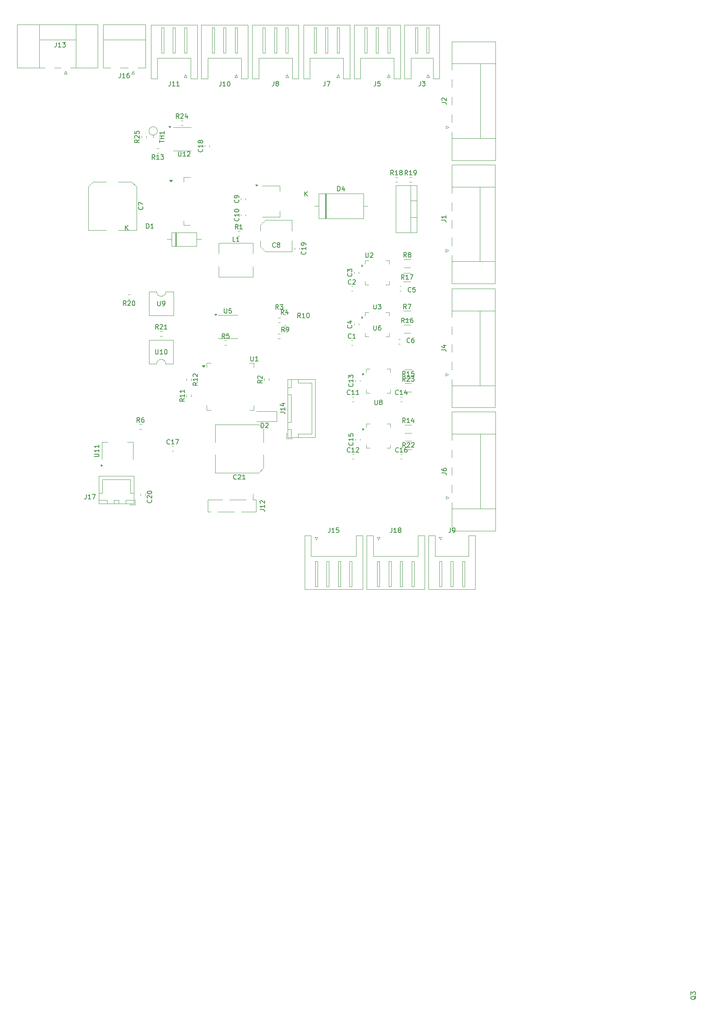
<source format=gbr>
%TF.GenerationSoftware,KiCad,Pcbnew,9.0.2*%
%TF.CreationDate,2025-12-04T12:20:35+01:00*%
%TF.ProjectId,TechStarter,54656368-5374-4617-9274-65722e6b6963,rev?*%
%TF.SameCoordinates,Original*%
%TF.FileFunction,Legend,Top*%
%TF.FilePolarity,Positive*%
%FSLAX46Y46*%
G04 Gerber Fmt 4.6, Leading zero omitted, Abs format (unit mm)*
G04 Created by KiCad (PCBNEW 9.0.2) date 2025-12-04 12:20:35*
%MOMM*%
%LPD*%
G01*
G04 APERTURE LIST*
%ADD10C,0.150000*%
%ADD11C,0.120000*%
G04 APERTURE END LIST*
D10*
X249342142Y-76704819D02*
X249008809Y-76228628D01*
X248770714Y-76704819D02*
X248770714Y-75704819D01*
X248770714Y-75704819D02*
X249151666Y-75704819D01*
X249151666Y-75704819D02*
X249246904Y-75752438D01*
X249246904Y-75752438D02*
X249294523Y-75800057D01*
X249294523Y-75800057D02*
X249342142Y-75895295D01*
X249342142Y-75895295D02*
X249342142Y-76038152D01*
X249342142Y-76038152D02*
X249294523Y-76133390D01*
X249294523Y-76133390D02*
X249246904Y-76181009D01*
X249246904Y-76181009D02*
X249151666Y-76228628D01*
X249151666Y-76228628D02*
X248770714Y-76228628D01*
X250294523Y-76704819D02*
X249723095Y-76704819D01*
X250008809Y-76704819D02*
X250008809Y-75704819D01*
X250008809Y-75704819D02*
X249913571Y-75847676D01*
X249913571Y-75847676D02*
X249818333Y-75942914D01*
X249818333Y-75942914D02*
X249723095Y-75990533D01*
X250627857Y-75704819D02*
X251294523Y-75704819D01*
X251294523Y-75704819D02*
X250865952Y-76704819D01*
X249379642Y-86124819D02*
X249046309Y-85648628D01*
X248808214Y-86124819D02*
X248808214Y-85124819D01*
X248808214Y-85124819D02*
X249189166Y-85124819D01*
X249189166Y-85124819D02*
X249284404Y-85172438D01*
X249284404Y-85172438D02*
X249332023Y-85220057D01*
X249332023Y-85220057D02*
X249379642Y-85315295D01*
X249379642Y-85315295D02*
X249379642Y-85458152D01*
X249379642Y-85458152D02*
X249332023Y-85553390D01*
X249332023Y-85553390D02*
X249284404Y-85601009D01*
X249284404Y-85601009D02*
X249189166Y-85648628D01*
X249189166Y-85648628D02*
X248808214Y-85648628D01*
X250332023Y-86124819D02*
X249760595Y-86124819D01*
X250046309Y-86124819D02*
X250046309Y-85124819D01*
X250046309Y-85124819D02*
X249951071Y-85267676D01*
X249951071Y-85267676D02*
X249855833Y-85362914D01*
X249855833Y-85362914D02*
X249760595Y-85410533D01*
X251189166Y-85124819D02*
X250998690Y-85124819D01*
X250998690Y-85124819D02*
X250903452Y-85172438D01*
X250903452Y-85172438D02*
X250855833Y-85220057D01*
X250855833Y-85220057D02*
X250760595Y-85362914D01*
X250760595Y-85362914D02*
X250712976Y-85553390D01*
X250712976Y-85553390D02*
X250712976Y-85934342D01*
X250712976Y-85934342D02*
X250760595Y-86029580D01*
X250760595Y-86029580D02*
X250808214Y-86077200D01*
X250808214Y-86077200D02*
X250903452Y-86124819D01*
X250903452Y-86124819D02*
X251093928Y-86124819D01*
X251093928Y-86124819D02*
X251189166Y-86077200D01*
X251189166Y-86077200D02*
X251236785Y-86029580D01*
X251236785Y-86029580D02*
X251284404Y-85934342D01*
X251284404Y-85934342D02*
X251284404Y-85696247D01*
X251284404Y-85696247D02*
X251236785Y-85601009D01*
X251236785Y-85601009D02*
X251189166Y-85553390D01*
X251189166Y-85553390D02*
X251093928Y-85505771D01*
X251093928Y-85505771D02*
X250903452Y-85505771D01*
X250903452Y-85505771D02*
X250808214Y-85553390D01*
X250808214Y-85553390D02*
X250760595Y-85601009D01*
X250760595Y-85601009D02*
X250712976Y-85696247D01*
X232166666Y-33659819D02*
X232166666Y-34374104D01*
X232166666Y-34374104D02*
X232119047Y-34516961D01*
X232119047Y-34516961D02*
X232023809Y-34612200D01*
X232023809Y-34612200D02*
X231880952Y-34659819D01*
X231880952Y-34659819D02*
X231785714Y-34659819D01*
X232547619Y-33659819D02*
X233214285Y-33659819D01*
X233214285Y-33659819D02*
X232785714Y-34659819D01*
X195857142Y-87524819D02*
X195523809Y-87048628D01*
X195285714Y-87524819D02*
X195285714Y-86524819D01*
X195285714Y-86524819D02*
X195666666Y-86524819D01*
X195666666Y-86524819D02*
X195761904Y-86572438D01*
X195761904Y-86572438D02*
X195809523Y-86620057D01*
X195809523Y-86620057D02*
X195857142Y-86715295D01*
X195857142Y-86715295D02*
X195857142Y-86858152D01*
X195857142Y-86858152D02*
X195809523Y-86953390D01*
X195809523Y-86953390D02*
X195761904Y-87001009D01*
X195761904Y-87001009D02*
X195666666Y-87048628D01*
X195666666Y-87048628D02*
X195285714Y-87048628D01*
X196238095Y-86620057D02*
X196285714Y-86572438D01*
X196285714Y-86572438D02*
X196380952Y-86524819D01*
X196380952Y-86524819D02*
X196619047Y-86524819D01*
X196619047Y-86524819D02*
X196714285Y-86572438D01*
X196714285Y-86572438D02*
X196761904Y-86620057D01*
X196761904Y-86620057D02*
X196809523Y-86715295D01*
X196809523Y-86715295D02*
X196809523Y-86810533D01*
X196809523Y-86810533D02*
X196761904Y-86953390D01*
X196761904Y-86953390D02*
X196190476Y-87524819D01*
X196190476Y-87524819D02*
X196809523Y-87524819D01*
X197761904Y-87524819D02*
X197190476Y-87524819D01*
X197476190Y-87524819D02*
X197476190Y-86524819D01*
X197476190Y-86524819D02*
X197380952Y-86667676D01*
X197380952Y-86667676D02*
X197285714Y-86762914D01*
X197285714Y-86762914D02*
X197190476Y-86810533D01*
X250107142Y-54024819D02*
X249773809Y-53548628D01*
X249535714Y-54024819D02*
X249535714Y-53024819D01*
X249535714Y-53024819D02*
X249916666Y-53024819D01*
X249916666Y-53024819D02*
X250011904Y-53072438D01*
X250011904Y-53072438D02*
X250059523Y-53120057D01*
X250059523Y-53120057D02*
X250107142Y-53215295D01*
X250107142Y-53215295D02*
X250107142Y-53358152D01*
X250107142Y-53358152D02*
X250059523Y-53453390D01*
X250059523Y-53453390D02*
X250011904Y-53501009D01*
X250011904Y-53501009D02*
X249916666Y-53548628D01*
X249916666Y-53548628D02*
X249535714Y-53548628D01*
X251059523Y-54024819D02*
X250488095Y-54024819D01*
X250773809Y-54024819D02*
X250773809Y-53024819D01*
X250773809Y-53024819D02*
X250678571Y-53167676D01*
X250678571Y-53167676D02*
X250583333Y-53262914D01*
X250583333Y-53262914D02*
X250488095Y-53310533D01*
X251535714Y-54024819D02*
X251726190Y-54024819D01*
X251726190Y-54024819D02*
X251821428Y-53977200D01*
X251821428Y-53977200D02*
X251869047Y-53929580D01*
X251869047Y-53929580D02*
X251964285Y-53786723D01*
X251964285Y-53786723D02*
X252011904Y-53596247D01*
X252011904Y-53596247D02*
X252011904Y-53215295D01*
X252011904Y-53215295D02*
X251964285Y-53120057D01*
X251964285Y-53120057D02*
X251916666Y-53072438D01*
X251916666Y-53072438D02*
X251821428Y-53024819D01*
X251821428Y-53024819D02*
X251630952Y-53024819D01*
X251630952Y-53024819D02*
X251535714Y-53072438D01*
X251535714Y-53072438D02*
X251488095Y-53120057D01*
X251488095Y-53120057D02*
X251440476Y-53215295D01*
X251440476Y-53215295D02*
X251440476Y-53453390D01*
X251440476Y-53453390D02*
X251488095Y-53548628D01*
X251488095Y-53548628D02*
X251535714Y-53596247D01*
X251535714Y-53596247D02*
X251630952Y-53643866D01*
X251630952Y-53643866D02*
X251821428Y-53643866D01*
X251821428Y-53643866D02*
X251916666Y-53596247D01*
X251916666Y-53596247D02*
X251964285Y-53548628D01*
X251964285Y-53548628D02*
X252011904Y-53453390D01*
X212583333Y-68504819D02*
X212107143Y-68504819D01*
X212107143Y-68504819D02*
X212107143Y-67504819D01*
X213440476Y-68504819D02*
X212869048Y-68504819D01*
X213154762Y-68504819D02*
X213154762Y-67504819D01*
X213154762Y-67504819D02*
X213059524Y-67647676D01*
X213059524Y-67647676D02*
X212964286Y-67742914D01*
X212964286Y-67742914D02*
X212869048Y-67790533D01*
X259416666Y-130749819D02*
X259416666Y-131464104D01*
X259416666Y-131464104D02*
X259369047Y-131606961D01*
X259369047Y-131606961D02*
X259273809Y-131702200D01*
X259273809Y-131702200D02*
X259130952Y-131749819D01*
X259130952Y-131749819D02*
X259035714Y-131749819D01*
X259940476Y-131749819D02*
X260130952Y-131749819D01*
X260130952Y-131749819D02*
X260226190Y-131702200D01*
X260226190Y-131702200D02*
X260273809Y-131654580D01*
X260273809Y-131654580D02*
X260369047Y-131511723D01*
X260369047Y-131511723D02*
X260416666Y-131321247D01*
X260416666Y-131321247D02*
X260416666Y-130940295D01*
X260416666Y-130940295D02*
X260369047Y-130845057D01*
X260369047Y-130845057D02*
X260321428Y-130797438D01*
X260321428Y-130797438D02*
X260226190Y-130749819D01*
X260226190Y-130749819D02*
X260035714Y-130749819D01*
X260035714Y-130749819D02*
X259940476Y-130797438D01*
X259940476Y-130797438D02*
X259892857Y-130845057D01*
X259892857Y-130845057D02*
X259845238Y-130940295D01*
X259845238Y-130940295D02*
X259845238Y-131178390D01*
X259845238Y-131178390D02*
X259892857Y-131273628D01*
X259892857Y-131273628D02*
X259940476Y-131321247D01*
X259940476Y-131321247D02*
X260035714Y-131368866D01*
X260035714Y-131368866D02*
X260226190Y-131368866D01*
X260226190Y-131368866D02*
X260321428Y-131321247D01*
X260321428Y-131321247D02*
X260369047Y-131273628D01*
X260369047Y-131273628D02*
X260416666Y-131178390D01*
X246690476Y-130749819D02*
X246690476Y-131464104D01*
X246690476Y-131464104D02*
X246642857Y-131606961D01*
X246642857Y-131606961D02*
X246547619Y-131702200D01*
X246547619Y-131702200D02*
X246404762Y-131749819D01*
X246404762Y-131749819D02*
X246309524Y-131749819D01*
X247690476Y-131749819D02*
X247119048Y-131749819D01*
X247404762Y-131749819D02*
X247404762Y-130749819D01*
X247404762Y-130749819D02*
X247309524Y-130892676D01*
X247309524Y-130892676D02*
X247214286Y-130987914D01*
X247214286Y-130987914D02*
X247119048Y-131035533D01*
X248261905Y-131178390D02*
X248166667Y-131130771D01*
X248166667Y-131130771D02*
X248119048Y-131083152D01*
X248119048Y-131083152D02*
X248071429Y-130987914D01*
X248071429Y-130987914D02*
X248071429Y-130940295D01*
X248071429Y-130940295D02*
X248119048Y-130845057D01*
X248119048Y-130845057D02*
X248166667Y-130797438D01*
X248166667Y-130797438D02*
X248261905Y-130749819D01*
X248261905Y-130749819D02*
X248452381Y-130749819D01*
X248452381Y-130749819D02*
X248547619Y-130797438D01*
X248547619Y-130797438D02*
X248595238Y-130845057D01*
X248595238Y-130845057D02*
X248642857Y-130940295D01*
X248642857Y-130940295D02*
X248642857Y-130987914D01*
X248642857Y-130987914D02*
X248595238Y-131083152D01*
X248595238Y-131083152D02*
X248547619Y-131130771D01*
X248547619Y-131130771D02*
X248452381Y-131178390D01*
X248452381Y-131178390D02*
X248261905Y-131178390D01*
X248261905Y-131178390D02*
X248166667Y-131226009D01*
X248166667Y-131226009D02*
X248119048Y-131273628D01*
X248119048Y-131273628D02*
X248071429Y-131368866D01*
X248071429Y-131368866D02*
X248071429Y-131559342D01*
X248071429Y-131559342D02*
X248119048Y-131654580D01*
X248119048Y-131654580D02*
X248166667Y-131702200D01*
X248166667Y-131702200D02*
X248261905Y-131749819D01*
X248261905Y-131749819D02*
X248452381Y-131749819D01*
X248452381Y-131749819D02*
X248547619Y-131702200D01*
X248547619Y-131702200D02*
X248595238Y-131654580D01*
X248595238Y-131654580D02*
X248642857Y-131559342D01*
X248642857Y-131559342D02*
X248642857Y-131368866D01*
X248642857Y-131368866D02*
X248595238Y-131273628D01*
X248595238Y-131273628D02*
X248547619Y-131226009D01*
X248547619Y-131226009D02*
X248452381Y-131178390D01*
X237592142Y-101679580D02*
X237544523Y-101727200D01*
X237544523Y-101727200D02*
X237401666Y-101774819D01*
X237401666Y-101774819D02*
X237306428Y-101774819D01*
X237306428Y-101774819D02*
X237163571Y-101727200D01*
X237163571Y-101727200D02*
X237068333Y-101631961D01*
X237068333Y-101631961D02*
X237020714Y-101536723D01*
X237020714Y-101536723D02*
X236973095Y-101346247D01*
X236973095Y-101346247D02*
X236973095Y-101203390D01*
X236973095Y-101203390D02*
X237020714Y-101012914D01*
X237020714Y-101012914D02*
X237068333Y-100917676D01*
X237068333Y-100917676D02*
X237163571Y-100822438D01*
X237163571Y-100822438D02*
X237306428Y-100774819D01*
X237306428Y-100774819D02*
X237401666Y-100774819D01*
X237401666Y-100774819D02*
X237544523Y-100822438D01*
X237544523Y-100822438D02*
X237592142Y-100870057D01*
X238544523Y-101774819D02*
X237973095Y-101774819D01*
X238258809Y-101774819D02*
X238258809Y-100774819D01*
X238258809Y-100774819D02*
X238163571Y-100917676D01*
X238163571Y-100917676D02*
X238068333Y-101012914D01*
X238068333Y-101012914D02*
X237973095Y-101060533D01*
X239496904Y-101774819D02*
X238925476Y-101774819D01*
X239211190Y-101774819D02*
X239211190Y-100774819D01*
X239211190Y-100774819D02*
X239115952Y-100917676D01*
X239115952Y-100917676D02*
X239020714Y-101012914D01*
X239020714Y-101012914D02*
X238925476Y-101060533D01*
X223283333Y-88099819D02*
X222950000Y-87623628D01*
X222711905Y-88099819D02*
X222711905Y-87099819D01*
X222711905Y-87099819D02*
X223092857Y-87099819D01*
X223092857Y-87099819D02*
X223188095Y-87147438D01*
X223188095Y-87147438D02*
X223235714Y-87195057D01*
X223235714Y-87195057D02*
X223283333Y-87290295D01*
X223283333Y-87290295D02*
X223283333Y-87433152D01*
X223283333Y-87433152D02*
X223235714Y-87528390D01*
X223235714Y-87528390D02*
X223188095Y-87576009D01*
X223188095Y-87576009D02*
X223092857Y-87623628D01*
X223092857Y-87623628D02*
X222711905Y-87623628D01*
X223759524Y-88099819D02*
X223950000Y-88099819D01*
X223950000Y-88099819D02*
X224045238Y-88052200D01*
X224045238Y-88052200D02*
X224092857Y-88004580D01*
X224092857Y-88004580D02*
X224188095Y-87861723D01*
X224188095Y-87861723D02*
X224235714Y-87671247D01*
X224235714Y-87671247D02*
X224235714Y-87290295D01*
X224235714Y-87290295D02*
X224188095Y-87195057D01*
X224188095Y-87195057D02*
X224140476Y-87147438D01*
X224140476Y-87147438D02*
X224045238Y-87099819D01*
X224045238Y-87099819D02*
X223854762Y-87099819D01*
X223854762Y-87099819D02*
X223759524Y-87147438D01*
X223759524Y-87147438D02*
X223711905Y-87195057D01*
X223711905Y-87195057D02*
X223664286Y-87290295D01*
X223664286Y-87290295D02*
X223664286Y-87528390D01*
X223664286Y-87528390D02*
X223711905Y-87623628D01*
X223711905Y-87623628D02*
X223759524Y-87671247D01*
X223759524Y-87671247D02*
X223854762Y-87718866D01*
X223854762Y-87718866D02*
X224045238Y-87718866D01*
X224045238Y-87718866D02*
X224140476Y-87671247D01*
X224140476Y-87671247D02*
X224188095Y-87623628D01*
X224188095Y-87623628D02*
X224235714Y-87528390D01*
X238164580Y-112167857D02*
X238212200Y-112215476D01*
X238212200Y-112215476D02*
X238259819Y-112358333D01*
X238259819Y-112358333D02*
X238259819Y-112453571D01*
X238259819Y-112453571D02*
X238212200Y-112596428D01*
X238212200Y-112596428D02*
X238116961Y-112691666D01*
X238116961Y-112691666D02*
X238021723Y-112739285D01*
X238021723Y-112739285D02*
X237831247Y-112786904D01*
X237831247Y-112786904D02*
X237688390Y-112786904D01*
X237688390Y-112786904D02*
X237497914Y-112739285D01*
X237497914Y-112739285D02*
X237402676Y-112691666D01*
X237402676Y-112691666D02*
X237307438Y-112596428D01*
X237307438Y-112596428D02*
X237259819Y-112453571D01*
X237259819Y-112453571D02*
X237259819Y-112358333D01*
X237259819Y-112358333D02*
X237307438Y-112215476D01*
X237307438Y-112215476D02*
X237355057Y-112167857D01*
X238259819Y-111215476D02*
X238259819Y-111786904D01*
X238259819Y-111501190D02*
X237259819Y-111501190D01*
X237259819Y-111501190D02*
X237402676Y-111596428D01*
X237402676Y-111596428D02*
X237497914Y-111691666D01*
X237497914Y-111691666D02*
X237545533Y-111786904D01*
X237259819Y-110310714D02*
X237259819Y-110786904D01*
X237259819Y-110786904D02*
X237736009Y-110834523D01*
X237736009Y-110834523D02*
X237688390Y-110786904D01*
X237688390Y-110786904D02*
X237640771Y-110691666D01*
X237640771Y-110691666D02*
X237640771Y-110453571D01*
X237640771Y-110453571D02*
X237688390Y-110358333D01*
X237688390Y-110358333D02*
X237736009Y-110310714D01*
X237736009Y-110310714D02*
X237831247Y-110263095D01*
X237831247Y-110263095D02*
X238069342Y-110263095D01*
X238069342Y-110263095D02*
X238164580Y-110310714D01*
X238164580Y-110310714D02*
X238212200Y-110358333D01*
X238212200Y-110358333D02*
X238259819Y-110453571D01*
X238259819Y-110453571D02*
X238259819Y-110691666D01*
X238259819Y-110691666D02*
X238212200Y-110786904D01*
X238212200Y-110786904D02*
X238164580Y-110834523D01*
X249592142Y-97704819D02*
X249258809Y-97228628D01*
X249020714Y-97704819D02*
X249020714Y-96704819D01*
X249020714Y-96704819D02*
X249401666Y-96704819D01*
X249401666Y-96704819D02*
X249496904Y-96752438D01*
X249496904Y-96752438D02*
X249544523Y-96800057D01*
X249544523Y-96800057D02*
X249592142Y-96895295D01*
X249592142Y-96895295D02*
X249592142Y-97038152D01*
X249592142Y-97038152D02*
X249544523Y-97133390D01*
X249544523Y-97133390D02*
X249496904Y-97181009D01*
X249496904Y-97181009D02*
X249401666Y-97228628D01*
X249401666Y-97228628D02*
X249020714Y-97228628D01*
X250544523Y-97704819D02*
X249973095Y-97704819D01*
X250258809Y-97704819D02*
X250258809Y-96704819D01*
X250258809Y-96704819D02*
X250163571Y-96847676D01*
X250163571Y-96847676D02*
X250068333Y-96942914D01*
X250068333Y-96942914D02*
X249973095Y-96990533D01*
X251449285Y-96704819D02*
X250973095Y-96704819D01*
X250973095Y-96704819D02*
X250925476Y-97181009D01*
X250925476Y-97181009D02*
X250973095Y-97133390D01*
X250973095Y-97133390D02*
X251068333Y-97085771D01*
X251068333Y-97085771D02*
X251306428Y-97085771D01*
X251306428Y-97085771D02*
X251401666Y-97133390D01*
X251401666Y-97133390D02*
X251449285Y-97181009D01*
X251449285Y-97181009D02*
X251496904Y-97276247D01*
X251496904Y-97276247D02*
X251496904Y-97514342D01*
X251496904Y-97514342D02*
X251449285Y-97609580D01*
X251449285Y-97609580D02*
X251401666Y-97657200D01*
X251401666Y-97657200D02*
X251306428Y-97704819D01*
X251306428Y-97704819D02*
X251068333Y-97704819D01*
X251068333Y-97704819D02*
X250973095Y-97657200D01*
X250973095Y-97657200D02*
X250925476Y-97609580D01*
X187640476Y-31887319D02*
X187640476Y-32601604D01*
X187640476Y-32601604D02*
X187592857Y-32744461D01*
X187592857Y-32744461D02*
X187497619Y-32839700D01*
X187497619Y-32839700D02*
X187354762Y-32887319D01*
X187354762Y-32887319D02*
X187259524Y-32887319D01*
X188640476Y-32887319D02*
X188069048Y-32887319D01*
X188354762Y-32887319D02*
X188354762Y-31887319D01*
X188354762Y-31887319D02*
X188259524Y-32030176D01*
X188259524Y-32030176D02*
X188164286Y-32125414D01*
X188164286Y-32125414D02*
X188069048Y-32173033D01*
X189497619Y-31887319D02*
X189307143Y-31887319D01*
X189307143Y-31887319D02*
X189211905Y-31934938D01*
X189211905Y-31934938D02*
X189164286Y-31982557D01*
X189164286Y-31982557D02*
X189069048Y-32125414D01*
X189069048Y-32125414D02*
X189021429Y-32315890D01*
X189021429Y-32315890D02*
X189021429Y-32696842D01*
X189021429Y-32696842D02*
X189069048Y-32792080D01*
X189069048Y-32792080D02*
X189116667Y-32839700D01*
X189116667Y-32839700D02*
X189211905Y-32887319D01*
X189211905Y-32887319D02*
X189402381Y-32887319D01*
X189402381Y-32887319D02*
X189497619Y-32839700D01*
X189497619Y-32839700D02*
X189545238Y-32792080D01*
X189545238Y-32792080D02*
X189592857Y-32696842D01*
X189592857Y-32696842D02*
X189592857Y-32458747D01*
X189592857Y-32458747D02*
X189545238Y-32363509D01*
X189545238Y-32363509D02*
X189497619Y-32315890D01*
X189497619Y-32315890D02*
X189402381Y-32268271D01*
X189402381Y-32268271D02*
X189211905Y-32268271D01*
X189211905Y-32268271D02*
X189116667Y-32315890D01*
X189116667Y-32315890D02*
X189069048Y-32363509D01*
X189069048Y-32363509D02*
X189021429Y-32458747D01*
X181954819Y-115238094D02*
X182764342Y-115238094D01*
X182764342Y-115238094D02*
X182859580Y-115190475D01*
X182859580Y-115190475D02*
X182907200Y-115142856D01*
X182907200Y-115142856D02*
X182954819Y-115047618D01*
X182954819Y-115047618D02*
X182954819Y-114857142D01*
X182954819Y-114857142D02*
X182907200Y-114761904D01*
X182907200Y-114761904D02*
X182859580Y-114714285D01*
X182859580Y-114714285D02*
X182764342Y-114666666D01*
X182764342Y-114666666D02*
X181954819Y-114666666D01*
X182954819Y-113666666D02*
X182954819Y-114238094D01*
X182954819Y-113952380D02*
X181954819Y-113952380D01*
X181954819Y-113952380D02*
X182097676Y-114047618D01*
X182097676Y-114047618D02*
X182192914Y-114142856D01*
X182192914Y-114142856D02*
X182240533Y-114238094D01*
X182954819Y-112714285D02*
X182954819Y-113285713D01*
X182954819Y-112999999D02*
X181954819Y-112999999D01*
X181954819Y-112999999D02*
X182097676Y-113095237D01*
X182097676Y-113095237D02*
X182192914Y-113190475D01*
X182192914Y-113190475D02*
X182240533Y-113285713D01*
X257522319Y-38273333D02*
X258236604Y-38273333D01*
X258236604Y-38273333D02*
X258379461Y-38320952D01*
X258379461Y-38320952D02*
X258474700Y-38416190D01*
X258474700Y-38416190D02*
X258522319Y-38559047D01*
X258522319Y-38559047D02*
X258522319Y-38654285D01*
X257617557Y-37844761D02*
X257569938Y-37797142D01*
X257569938Y-37797142D02*
X257522319Y-37701904D01*
X257522319Y-37701904D02*
X257522319Y-37463809D01*
X257522319Y-37463809D02*
X257569938Y-37368571D01*
X257569938Y-37368571D02*
X257617557Y-37320952D01*
X257617557Y-37320952D02*
X257712795Y-37273333D01*
X257712795Y-37273333D02*
X257808033Y-37273333D01*
X257808033Y-37273333D02*
X257950890Y-37320952D01*
X257950890Y-37320952D02*
X258522319Y-37892380D01*
X258522319Y-37892380D02*
X258522319Y-37273333D01*
X193301905Y-65609819D02*
X193301905Y-64609819D01*
X193301905Y-64609819D02*
X193540000Y-64609819D01*
X193540000Y-64609819D02*
X193682857Y-64657438D01*
X193682857Y-64657438D02*
X193778095Y-64752676D01*
X193778095Y-64752676D02*
X193825714Y-64847914D01*
X193825714Y-64847914D02*
X193873333Y-65038390D01*
X193873333Y-65038390D02*
X193873333Y-65181247D01*
X193873333Y-65181247D02*
X193825714Y-65371723D01*
X193825714Y-65371723D02*
X193778095Y-65466961D01*
X193778095Y-65466961D02*
X193682857Y-65562200D01*
X193682857Y-65562200D02*
X193540000Y-65609819D01*
X193540000Y-65609819D02*
X193301905Y-65609819D01*
X194825714Y-65609819D02*
X194254286Y-65609819D01*
X194540000Y-65609819D02*
X194540000Y-64609819D01*
X194540000Y-64609819D02*
X194444762Y-64752676D01*
X194444762Y-64752676D02*
X194349524Y-64847914D01*
X194349524Y-64847914D02*
X194254286Y-64895533D01*
X188698095Y-65979819D02*
X188698095Y-64979819D01*
X189269523Y-65979819D02*
X188840952Y-65408390D01*
X189269523Y-64979819D02*
X188698095Y-65551247D01*
X210238095Y-83054819D02*
X210238095Y-83864342D01*
X210238095Y-83864342D02*
X210285714Y-83959580D01*
X210285714Y-83959580D02*
X210333333Y-84007200D01*
X210333333Y-84007200D02*
X210428571Y-84054819D01*
X210428571Y-84054819D02*
X210619047Y-84054819D01*
X210619047Y-84054819D02*
X210714285Y-84007200D01*
X210714285Y-84007200D02*
X210761904Y-83959580D01*
X210761904Y-83959580D02*
X210809523Y-83864342D01*
X210809523Y-83864342D02*
X210809523Y-83054819D01*
X211761904Y-83054819D02*
X211285714Y-83054819D01*
X211285714Y-83054819D02*
X211238095Y-83531009D01*
X211238095Y-83531009D02*
X211285714Y-83483390D01*
X211285714Y-83483390D02*
X211380952Y-83435771D01*
X211380952Y-83435771D02*
X211619047Y-83435771D01*
X211619047Y-83435771D02*
X211714285Y-83483390D01*
X211714285Y-83483390D02*
X211761904Y-83531009D01*
X211761904Y-83531009D02*
X211809523Y-83626247D01*
X211809523Y-83626247D02*
X211809523Y-83864342D01*
X211809523Y-83864342D02*
X211761904Y-83959580D01*
X211761904Y-83959580D02*
X211714285Y-84007200D01*
X211714285Y-84007200D02*
X211619047Y-84054819D01*
X211619047Y-84054819D02*
X211380952Y-84054819D01*
X211380952Y-84054819D02*
X211285714Y-84007200D01*
X211285714Y-84007200D02*
X211238095Y-83959580D01*
X200261905Y-48954819D02*
X200261905Y-49764342D01*
X200261905Y-49764342D02*
X200309524Y-49859580D01*
X200309524Y-49859580D02*
X200357143Y-49907200D01*
X200357143Y-49907200D02*
X200452381Y-49954819D01*
X200452381Y-49954819D02*
X200642857Y-49954819D01*
X200642857Y-49954819D02*
X200738095Y-49907200D01*
X200738095Y-49907200D02*
X200785714Y-49859580D01*
X200785714Y-49859580D02*
X200833333Y-49764342D01*
X200833333Y-49764342D02*
X200833333Y-48954819D01*
X201833333Y-49954819D02*
X201261905Y-49954819D01*
X201547619Y-49954819D02*
X201547619Y-48954819D01*
X201547619Y-48954819D02*
X201452381Y-49097676D01*
X201452381Y-49097676D02*
X201357143Y-49192914D01*
X201357143Y-49192914D02*
X201261905Y-49240533D01*
X202214286Y-49050057D02*
X202261905Y-49002438D01*
X202261905Y-49002438D02*
X202357143Y-48954819D01*
X202357143Y-48954819D02*
X202595238Y-48954819D01*
X202595238Y-48954819D02*
X202690476Y-49002438D01*
X202690476Y-49002438D02*
X202738095Y-49050057D01*
X202738095Y-49050057D02*
X202785714Y-49145295D01*
X202785714Y-49145295D02*
X202785714Y-49240533D01*
X202785714Y-49240533D02*
X202738095Y-49383390D01*
X202738095Y-49383390D02*
X202166667Y-49954819D01*
X202166667Y-49954819D02*
X202785714Y-49954819D01*
X233190476Y-130749819D02*
X233190476Y-131464104D01*
X233190476Y-131464104D02*
X233142857Y-131606961D01*
X233142857Y-131606961D02*
X233047619Y-131702200D01*
X233047619Y-131702200D02*
X232904762Y-131749819D01*
X232904762Y-131749819D02*
X232809524Y-131749819D01*
X234190476Y-131749819D02*
X233619048Y-131749819D01*
X233904762Y-131749819D02*
X233904762Y-130749819D01*
X233904762Y-130749819D02*
X233809524Y-130892676D01*
X233809524Y-130892676D02*
X233714286Y-130987914D01*
X233714286Y-130987914D02*
X233619048Y-131035533D01*
X235095238Y-130749819D02*
X234619048Y-130749819D01*
X234619048Y-130749819D02*
X234571429Y-131226009D01*
X234571429Y-131226009D02*
X234619048Y-131178390D01*
X234619048Y-131178390D02*
X234714286Y-131130771D01*
X234714286Y-131130771D02*
X234952381Y-131130771D01*
X234952381Y-131130771D02*
X235047619Y-131178390D01*
X235047619Y-131178390D02*
X235095238Y-131226009D01*
X235095238Y-131226009D02*
X235142857Y-131321247D01*
X235142857Y-131321247D02*
X235142857Y-131559342D01*
X235142857Y-131559342D02*
X235095238Y-131654580D01*
X235095238Y-131654580D02*
X235047619Y-131702200D01*
X235047619Y-131702200D02*
X234952381Y-131749819D01*
X234952381Y-131749819D02*
X234714286Y-131749819D01*
X234714286Y-131749819D02*
X234619048Y-131702200D01*
X234619048Y-131702200D02*
X234571429Y-131654580D01*
X192434580Y-60916666D02*
X192482200Y-60964285D01*
X192482200Y-60964285D02*
X192529819Y-61107142D01*
X192529819Y-61107142D02*
X192529819Y-61202380D01*
X192529819Y-61202380D02*
X192482200Y-61345237D01*
X192482200Y-61345237D02*
X192386961Y-61440475D01*
X192386961Y-61440475D02*
X192291723Y-61488094D01*
X192291723Y-61488094D02*
X192101247Y-61535713D01*
X192101247Y-61535713D02*
X191958390Y-61535713D01*
X191958390Y-61535713D02*
X191767914Y-61488094D01*
X191767914Y-61488094D02*
X191672676Y-61440475D01*
X191672676Y-61440475D02*
X191577438Y-61345237D01*
X191577438Y-61345237D02*
X191529819Y-61202380D01*
X191529819Y-61202380D02*
X191529819Y-61107142D01*
X191529819Y-61107142D02*
X191577438Y-60964285D01*
X191577438Y-60964285D02*
X191625057Y-60916666D01*
X191529819Y-60583332D02*
X191529819Y-59916666D01*
X191529819Y-59916666D02*
X192529819Y-60345237D01*
X237818333Y-77679580D02*
X237770714Y-77727200D01*
X237770714Y-77727200D02*
X237627857Y-77774819D01*
X237627857Y-77774819D02*
X237532619Y-77774819D01*
X237532619Y-77774819D02*
X237389762Y-77727200D01*
X237389762Y-77727200D02*
X237294524Y-77631961D01*
X237294524Y-77631961D02*
X237246905Y-77536723D01*
X237246905Y-77536723D02*
X237199286Y-77346247D01*
X237199286Y-77346247D02*
X237199286Y-77203390D01*
X237199286Y-77203390D02*
X237246905Y-77012914D01*
X237246905Y-77012914D02*
X237294524Y-76917676D01*
X237294524Y-76917676D02*
X237389762Y-76822438D01*
X237389762Y-76822438D02*
X237532619Y-76774819D01*
X237532619Y-76774819D02*
X237627857Y-76774819D01*
X237627857Y-76774819D02*
X237770714Y-76822438D01*
X237770714Y-76822438D02*
X237818333Y-76870057D01*
X238199286Y-76870057D02*
X238246905Y-76822438D01*
X238246905Y-76822438D02*
X238342143Y-76774819D01*
X238342143Y-76774819D02*
X238580238Y-76774819D01*
X238580238Y-76774819D02*
X238675476Y-76822438D01*
X238675476Y-76822438D02*
X238723095Y-76870057D01*
X238723095Y-76870057D02*
X238770714Y-76965295D01*
X238770714Y-76965295D02*
X238770714Y-77060533D01*
X238770714Y-77060533D02*
X238723095Y-77203390D01*
X238723095Y-77203390D02*
X238151667Y-77774819D01*
X238151667Y-77774819D02*
X238770714Y-77774819D01*
X249818333Y-83124819D02*
X249485000Y-82648628D01*
X249246905Y-83124819D02*
X249246905Y-82124819D01*
X249246905Y-82124819D02*
X249627857Y-82124819D01*
X249627857Y-82124819D02*
X249723095Y-82172438D01*
X249723095Y-82172438D02*
X249770714Y-82220057D01*
X249770714Y-82220057D02*
X249818333Y-82315295D01*
X249818333Y-82315295D02*
X249818333Y-82458152D01*
X249818333Y-82458152D02*
X249770714Y-82553390D01*
X249770714Y-82553390D02*
X249723095Y-82601009D01*
X249723095Y-82601009D02*
X249627857Y-82648628D01*
X249627857Y-82648628D02*
X249246905Y-82648628D01*
X250151667Y-82124819D02*
X250818333Y-82124819D01*
X250818333Y-82124819D02*
X250389762Y-83124819D01*
X195261905Y-91954819D02*
X195261905Y-92764342D01*
X195261905Y-92764342D02*
X195309524Y-92859580D01*
X195309524Y-92859580D02*
X195357143Y-92907200D01*
X195357143Y-92907200D02*
X195452381Y-92954819D01*
X195452381Y-92954819D02*
X195642857Y-92954819D01*
X195642857Y-92954819D02*
X195738095Y-92907200D01*
X195738095Y-92907200D02*
X195785714Y-92859580D01*
X195785714Y-92859580D02*
X195833333Y-92764342D01*
X195833333Y-92764342D02*
X195833333Y-91954819D01*
X196833333Y-92954819D02*
X196261905Y-92954819D01*
X196547619Y-92954819D02*
X196547619Y-91954819D01*
X196547619Y-91954819D02*
X196452381Y-92097676D01*
X196452381Y-92097676D02*
X196357143Y-92192914D01*
X196357143Y-92192914D02*
X196261905Y-92240533D01*
X197452381Y-91954819D02*
X197547619Y-91954819D01*
X197547619Y-91954819D02*
X197642857Y-92002438D01*
X197642857Y-92002438D02*
X197690476Y-92050057D01*
X197690476Y-92050057D02*
X197738095Y-92145295D01*
X197738095Y-92145295D02*
X197785714Y-92335771D01*
X197785714Y-92335771D02*
X197785714Y-92573866D01*
X197785714Y-92573866D02*
X197738095Y-92764342D01*
X197738095Y-92764342D02*
X197690476Y-92859580D01*
X197690476Y-92859580D02*
X197642857Y-92907200D01*
X197642857Y-92907200D02*
X197547619Y-92954819D01*
X197547619Y-92954819D02*
X197452381Y-92954819D01*
X197452381Y-92954819D02*
X197357143Y-92907200D01*
X197357143Y-92907200D02*
X197309524Y-92859580D01*
X197309524Y-92859580D02*
X197261905Y-92764342D01*
X197261905Y-92764342D02*
X197214286Y-92573866D01*
X197214286Y-92573866D02*
X197214286Y-92335771D01*
X197214286Y-92335771D02*
X197261905Y-92145295D01*
X197261905Y-92145295D02*
X197309524Y-92050057D01*
X197309524Y-92050057D02*
X197357143Y-92002438D01*
X197357143Y-92002438D02*
X197452381Y-91954819D01*
X191833333Y-107774819D02*
X191500000Y-107298628D01*
X191261905Y-107774819D02*
X191261905Y-106774819D01*
X191261905Y-106774819D02*
X191642857Y-106774819D01*
X191642857Y-106774819D02*
X191738095Y-106822438D01*
X191738095Y-106822438D02*
X191785714Y-106870057D01*
X191785714Y-106870057D02*
X191833333Y-106965295D01*
X191833333Y-106965295D02*
X191833333Y-107108152D01*
X191833333Y-107108152D02*
X191785714Y-107203390D01*
X191785714Y-107203390D02*
X191738095Y-107251009D01*
X191738095Y-107251009D02*
X191642857Y-107298628D01*
X191642857Y-107298628D02*
X191261905Y-107298628D01*
X192690476Y-106774819D02*
X192500000Y-106774819D01*
X192500000Y-106774819D02*
X192404762Y-106822438D01*
X192404762Y-106822438D02*
X192357143Y-106870057D01*
X192357143Y-106870057D02*
X192261905Y-107012914D01*
X192261905Y-107012914D02*
X192214286Y-107203390D01*
X192214286Y-107203390D02*
X192214286Y-107584342D01*
X192214286Y-107584342D02*
X192261905Y-107679580D01*
X192261905Y-107679580D02*
X192309524Y-107727200D01*
X192309524Y-107727200D02*
X192404762Y-107774819D01*
X192404762Y-107774819D02*
X192595238Y-107774819D01*
X192595238Y-107774819D02*
X192690476Y-107727200D01*
X192690476Y-107727200D02*
X192738095Y-107679580D01*
X192738095Y-107679580D02*
X192785714Y-107584342D01*
X192785714Y-107584342D02*
X192785714Y-107346247D01*
X192785714Y-107346247D02*
X192738095Y-107251009D01*
X192738095Y-107251009D02*
X192690476Y-107203390D01*
X192690476Y-107203390D02*
X192595238Y-107155771D01*
X192595238Y-107155771D02*
X192404762Y-107155771D01*
X192404762Y-107155771D02*
X192309524Y-107203390D01*
X192309524Y-107203390D02*
X192261905Y-107251009D01*
X192261905Y-107251009D02*
X192214286Y-107346247D01*
X248092142Y-101679580D02*
X248044523Y-101727200D01*
X248044523Y-101727200D02*
X247901666Y-101774819D01*
X247901666Y-101774819D02*
X247806428Y-101774819D01*
X247806428Y-101774819D02*
X247663571Y-101727200D01*
X247663571Y-101727200D02*
X247568333Y-101631961D01*
X247568333Y-101631961D02*
X247520714Y-101536723D01*
X247520714Y-101536723D02*
X247473095Y-101346247D01*
X247473095Y-101346247D02*
X247473095Y-101203390D01*
X247473095Y-101203390D02*
X247520714Y-101012914D01*
X247520714Y-101012914D02*
X247568333Y-100917676D01*
X247568333Y-100917676D02*
X247663571Y-100822438D01*
X247663571Y-100822438D02*
X247806428Y-100774819D01*
X247806428Y-100774819D02*
X247901666Y-100774819D01*
X247901666Y-100774819D02*
X248044523Y-100822438D01*
X248044523Y-100822438D02*
X248092142Y-100870057D01*
X249044523Y-101774819D02*
X248473095Y-101774819D01*
X248758809Y-101774819D02*
X248758809Y-100774819D01*
X248758809Y-100774819D02*
X248663571Y-100917676D01*
X248663571Y-100917676D02*
X248568333Y-101012914D01*
X248568333Y-101012914D02*
X248473095Y-101060533D01*
X249901666Y-101108152D02*
X249901666Y-101774819D01*
X249663571Y-100727200D02*
X249425476Y-101441485D01*
X249425476Y-101441485D02*
X250044523Y-101441485D01*
X248092142Y-114179580D02*
X248044523Y-114227200D01*
X248044523Y-114227200D02*
X247901666Y-114274819D01*
X247901666Y-114274819D02*
X247806428Y-114274819D01*
X247806428Y-114274819D02*
X247663571Y-114227200D01*
X247663571Y-114227200D02*
X247568333Y-114131961D01*
X247568333Y-114131961D02*
X247520714Y-114036723D01*
X247520714Y-114036723D02*
X247473095Y-113846247D01*
X247473095Y-113846247D02*
X247473095Y-113703390D01*
X247473095Y-113703390D02*
X247520714Y-113512914D01*
X247520714Y-113512914D02*
X247568333Y-113417676D01*
X247568333Y-113417676D02*
X247663571Y-113322438D01*
X247663571Y-113322438D02*
X247806428Y-113274819D01*
X247806428Y-113274819D02*
X247901666Y-113274819D01*
X247901666Y-113274819D02*
X248044523Y-113322438D01*
X248044523Y-113322438D02*
X248092142Y-113370057D01*
X249044523Y-114274819D02*
X248473095Y-114274819D01*
X248758809Y-114274819D02*
X248758809Y-113274819D01*
X248758809Y-113274819D02*
X248663571Y-113417676D01*
X248663571Y-113417676D02*
X248568333Y-113512914D01*
X248568333Y-113512914D02*
X248473095Y-113560533D01*
X249901666Y-113274819D02*
X249711190Y-113274819D01*
X249711190Y-113274819D02*
X249615952Y-113322438D01*
X249615952Y-113322438D02*
X249568333Y-113370057D01*
X249568333Y-113370057D02*
X249473095Y-113512914D01*
X249473095Y-113512914D02*
X249425476Y-113703390D01*
X249425476Y-113703390D02*
X249425476Y-114084342D01*
X249425476Y-114084342D02*
X249473095Y-114179580D01*
X249473095Y-114179580D02*
X249520714Y-114227200D01*
X249520714Y-114227200D02*
X249615952Y-114274819D01*
X249615952Y-114274819D02*
X249806428Y-114274819D01*
X249806428Y-114274819D02*
X249901666Y-114227200D01*
X249901666Y-114227200D02*
X249949285Y-114179580D01*
X249949285Y-114179580D02*
X249996904Y-114084342D01*
X249996904Y-114084342D02*
X249996904Y-113846247D01*
X249996904Y-113846247D02*
X249949285Y-113751009D01*
X249949285Y-113751009D02*
X249901666Y-113703390D01*
X249901666Y-113703390D02*
X249806428Y-113655771D01*
X249806428Y-113655771D02*
X249615952Y-113655771D01*
X249615952Y-113655771D02*
X249520714Y-113703390D01*
X249520714Y-113703390D02*
X249473095Y-113751009D01*
X249473095Y-113751009D02*
X249425476Y-113846247D01*
X191704819Y-46392857D02*
X191228628Y-46726190D01*
X191704819Y-46964285D02*
X190704819Y-46964285D01*
X190704819Y-46964285D02*
X190704819Y-46583333D01*
X190704819Y-46583333D02*
X190752438Y-46488095D01*
X190752438Y-46488095D02*
X190800057Y-46440476D01*
X190800057Y-46440476D02*
X190895295Y-46392857D01*
X190895295Y-46392857D02*
X191038152Y-46392857D01*
X191038152Y-46392857D02*
X191133390Y-46440476D01*
X191133390Y-46440476D02*
X191181009Y-46488095D01*
X191181009Y-46488095D02*
X191228628Y-46583333D01*
X191228628Y-46583333D02*
X191228628Y-46964285D01*
X190800057Y-46011904D02*
X190752438Y-45964285D01*
X190752438Y-45964285D02*
X190704819Y-45869047D01*
X190704819Y-45869047D02*
X190704819Y-45630952D01*
X190704819Y-45630952D02*
X190752438Y-45535714D01*
X190752438Y-45535714D02*
X190800057Y-45488095D01*
X190800057Y-45488095D02*
X190895295Y-45440476D01*
X190895295Y-45440476D02*
X190990533Y-45440476D01*
X190990533Y-45440476D02*
X191133390Y-45488095D01*
X191133390Y-45488095D02*
X191704819Y-46059523D01*
X191704819Y-46059523D02*
X191704819Y-45440476D01*
X190704819Y-44535714D02*
X190704819Y-45011904D01*
X190704819Y-45011904D02*
X191181009Y-45059523D01*
X191181009Y-45059523D02*
X191133390Y-45011904D01*
X191133390Y-45011904D02*
X191085771Y-44916666D01*
X191085771Y-44916666D02*
X191085771Y-44678571D01*
X191085771Y-44678571D02*
X191133390Y-44583333D01*
X191133390Y-44583333D02*
X191181009Y-44535714D01*
X191181009Y-44535714D02*
X191276247Y-44488095D01*
X191276247Y-44488095D02*
X191514342Y-44488095D01*
X191514342Y-44488095D02*
X191609580Y-44535714D01*
X191609580Y-44535714D02*
X191657200Y-44583333D01*
X191657200Y-44583333D02*
X191704819Y-44678571D01*
X191704819Y-44678571D02*
X191704819Y-44916666D01*
X191704819Y-44916666D02*
X191657200Y-45011904D01*
X191657200Y-45011904D02*
X191609580Y-45059523D01*
X242973095Y-102954819D02*
X242973095Y-103764342D01*
X242973095Y-103764342D02*
X243020714Y-103859580D01*
X243020714Y-103859580D02*
X243068333Y-103907200D01*
X243068333Y-103907200D02*
X243163571Y-103954819D01*
X243163571Y-103954819D02*
X243354047Y-103954819D01*
X243354047Y-103954819D02*
X243449285Y-103907200D01*
X243449285Y-103907200D02*
X243496904Y-103859580D01*
X243496904Y-103859580D02*
X243544523Y-103764342D01*
X243544523Y-103764342D02*
X243544523Y-102954819D01*
X244163571Y-103383390D02*
X244068333Y-103335771D01*
X244068333Y-103335771D02*
X244020714Y-103288152D01*
X244020714Y-103288152D02*
X243973095Y-103192914D01*
X243973095Y-103192914D02*
X243973095Y-103145295D01*
X243973095Y-103145295D02*
X244020714Y-103050057D01*
X244020714Y-103050057D02*
X244068333Y-103002438D01*
X244068333Y-103002438D02*
X244163571Y-102954819D01*
X244163571Y-102954819D02*
X244354047Y-102954819D01*
X244354047Y-102954819D02*
X244449285Y-103002438D01*
X244449285Y-103002438D02*
X244496904Y-103050057D01*
X244496904Y-103050057D02*
X244544523Y-103145295D01*
X244544523Y-103145295D02*
X244544523Y-103192914D01*
X244544523Y-103192914D02*
X244496904Y-103288152D01*
X244496904Y-103288152D02*
X244449285Y-103335771D01*
X244449285Y-103335771D02*
X244354047Y-103383390D01*
X244354047Y-103383390D02*
X244163571Y-103383390D01*
X244163571Y-103383390D02*
X244068333Y-103431009D01*
X244068333Y-103431009D02*
X244020714Y-103478628D01*
X244020714Y-103478628D02*
X243973095Y-103573866D01*
X243973095Y-103573866D02*
X243973095Y-103764342D01*
X243973095Y-103764342D02*
X244020714Y-103859580D01*
X244020714Y-103859580D02*
X244068333Y-103907200D01*
X244068333Y-103907200D02*
X244163571Y-103954819D01*
X244163571Y-103954819D02*
X244354047Y-103954819D01*
X244354047Y-103954819D02*
X244449285Y-103907200D01*
X244449285Y-103907200D02*
X244496904Y-103859580D01*
X244496904Y-103859580D02*
X244544523Y-103764342D01*
X244544523Y-103764342D02*
X244544523Y-103573866D01*
X244544523Y-103573866D02*
X244496904Y-103478628D01*
X244496904Y-103478628D02*
X244449285Y-103431009D01*
X244449285Y-103431009D02*
X244354047Y-103383390D01*
X249855833Y-71874819D02*
X249522500Y-71398628D01*
X249284405Y-71874819D02*
X249284405Y-70874819D01*
X249284405Y-70874819D02*
X249665357Y-70874819D01*
X249665357Y-70874819D02*
X249760595Y-70922438D01*
X249760595Y-70922438D02*
X249808214Y-70970057D01*
X249808214Y-70970057D02*
X249855833Y-71065295D01*
X249855833Y-71065295D02*
X249855833Y-71208152D01*
X249855833Y-71208152D02*
X249808214Y-71303390D01*
X249808214Y-71303390D02*
X249760595Y-71351009D01*
X249760595Y-71351009D02*
X249665357Y-71398628D01*
X249665357Y-71398628D02*
X249284405Y-71398628D01*
X250427262Y-71303390D02*
X250332024Y-71255771D01*
X250332024Y-71255771D02*
X250284405Y-71208152D01*
X250284405Y-71208152D02*
X250236786Y-71112914D01*
X250236786Y-71112914D02*
X250236786Y-71065295D01*
X250236786Y-71065295D02*
X250284405Y-70970057D01*
X250284405Y-70970057D02*
X250332024Y-70922438D01*
X250332024Y-70922438D02*
X250427262Y-70874819D01*
X250427262Y-70874819D02*
X250617738Y-70874819D01*
X250617738Y-70874819D02*
X250712976Y-70922438D01*
X250712976Y-70922438D02*
X250760595Y-70970057D01*
X250760595Y-70970057D02*
X250808214Y-71065295D01*
X250808214Y-71065295D02*
X250808214Y-71112914D01*
X250808214Y-71112914D02*
X250760595Y-71208152D01*
X250760595Y-71208152D02*
X250712976Y-71255771D01*
X250712976Y-71255771D02*
X250617738Y-71303390D01*
X250617738Y-71303390D02*
X250427262Y-71303390D01*
X250427262Y-71303390D02*
X250332024Y-71351009D01*
X250332024Y-71351009D02*
X250284405Y-71398628D01*
X250284405Y-71398628D02*
X250236786Y-71493866D01*
X250236786Y-71493866D02*
X250236786Y-71684342D01*
X250236786Y-71684342D02*
X250284405Y-71779580D01*
X250284405Y-71779580D02*
X250332024Y-71827200D01*
X250332024Y-71827200D02*
X250427262Y-71874819D01*
X250427262Y-71874819D02*
X250617738Y-71874819D01*
X250617738Y-71874819D02*
X250712976Y-71827200D01*
X250712976Y-71827200D02*
X250760595Y-71779580D01*
X250760595Y-71779580D02*
X250808214Y-71684342D01*
X250808214Y-71684342D02*
X250808214Y-71493866D01*
X250808214Y-71493866D02*
X250760595Y-71398628D01*
X250760595Y-71398628D02*
X250712976Y-71351009D01*
X250712976Y-71351009D02*
X250617738Y-71303390D01*
X250583333Y-90359580D02*
X250535714Y-90407200D01*
X250535714Y-90407200D02*
X250392857Y-90454819D01*
X250392857Y-90454819D02*
X250297619Y-90454819D01*
X250297619Y-90454819D02*
X250154762Y-90407200D01*
X250154762Y-90407200D02*
X250059524Y-90311961D01*
X250059524Y-90311961D02*
X250011905Y-90216723D01*
X250011905Y-90216723D02*
X249964286Y-90026247D01*
X249964286Y-90026247D02*
X249964286Y-89883390D01*
X249964286Y-89883390D02*
X250011905Y-89692914D01*
X250011905Y-89692914D02*
X250059524Y-89597676D01*
X250059524Y-89597676D02*
X250154762Y-89502438D01*
X250154762Y-89502438D02*
X250297619Y-89454819D01*
X250297619Y-89454819D02*
X250392857Y-89454819D01*
X250392857Y-89454819D02*
X250535714Y-89502438D01*
X250535714Y-89502438D02*
X250583333Y-89550057D01*
X251440476Y-89454819D02*
X251250000Y-89454819D01*
X251250000Y-89454819D02*
X251154762Y-89502438D01*
X251154762Y-89502438D02*
X251107143Y-89550057D01*
X251107143Y-89550057D02*
X251011905Y-89692914D01*
X251011905Y-89692914D02*
X250964286Y-89883390D01*
X250964286Y-89883390D02*
X250964286Y-90264342D01*
X250964286Y-90264342D02*
X251011905Y-90359580D01*
X251011905Y-90359580D02*
X251059524Y-90407200D01*
X251059524Y-90407200D02*
X251154762Y-90454819D01*
X251154762Y-90454819D02*
X251345238Y-90454819D01*
X251345238Y-90454819D02*
X251440476Y-90407200D01*
X251440476Y-90407200D02*
X251488095Y-90359580D01*
X251488095Y-90359580D02*
X251535714Y-90264342D01*
X251535714Y-90264342D02*
X251535714Y-90026247D01*
X251535714Y-90026247D02*
X251488095Y-89931009D01*
X251488095Y-89931009D02*
X251440476Y-89883390D01*
X251440476Y-89883390D02*
X251345238Y-89835771D01*
X251345238Y-89835771D02*
X251154762Y-89835771D01*
X251154762Y-89835771D02*
X251059524Y-89883390D01*
X251059524Y-89883390D02*
X251011905Y-89931009D01*
X251011905Y-89931009D02*
X250964286Y-90026247D01*
X222379819Y-105559523D02*
X223094104Y-105559523D01*
X223094104Y-105559523D02*
X223236961Y-105607142D01*
X223236961Y-105607142D02*
X223332200Y-105702380D01*
X223332200Y-105702380D02*
X223379819Y-105845237D01*
X223379819Y-105845237D02*
X223379819Y-105940475D01*
X223379819Y-104559523D02*
X223379819Y-105130951D01*
X223379819Y-104845237D02*
X222379819Y-104845237D01*
X222379819Y-104845237D02*
X222522676Y-104940475D01*
X222522676Y-104940475D02*
X222617914Y-105035713D01*
X222617914Y-105035713D02*
X222665533Y-105130951D01*
X222713152Y-103702380D02*
X223379819Y-103702380D01*
X222332200Y-103940475D02*
X223046485Y-104178570D01*
X223046485Y-104178570D02*
X223046485Y-103559523D01*
X218014819Y-126734523D02*
X218729104Y-126734523D01*
X218729104Y-126734523D02*
X218871961Y-126782142D01*
X218871961Y-126782142D02*
X218967200Y-126877380D01*
X218967200Y-126877380D02*
X219014819Y-127020237D01*
X219014819Y-127020237D02*
X219014819Y-127115475D01*
X219014819Y-125734523D02*
X219014819Y-126305951D01*
X219014819Y-126020237D02*
X218014819Y-126020237D01*
X218014819Y-126020237D02*
X218157676Y-126115475D01*
X218157676Y-126115475D02*
X218252914Y-126210713D01*
X218252914Y-126210713D02*
X218300533Y-126305951D01*
X218110057Y-125353570D02*
X218062438Y-125305951D01*
X218062438Y-125305951D02*
X218014819Y-125210713D01*
X218014819Y-125210713D02*
X218014819Y-124972618D01*
X218014819Y-124972618D02*
X218062438Y-124877380D01*
X218062438Y-124877380D02*
X218110057Y-124829761D01*
X218110057Y-124829761D02*
X218205295Y-124782142D01*
X218205295Y-124782142D02*
X218300533Y-124782142D01*
X218300533Y-124782142D02*
X218443390Y-124829761D01*
X218443390Y-124829761D02*
X219014819Y-125401189D01*
X219014819Y-125401189D02*
X219014819Y-124782142D01*
X201524819Y-102642857D02*
X201048628Y-102976190D01*
X201524819Y-103214285D02*
X200524819Y-103214285D01*
X200524819Y-103214285D02*
X200524819Y-102833333D01*
X200524819Y-102833333D02*
X200572438Y-102738095D01*
X200572438Y-102738095D02*
X200620057Y-102690476D01*
X200620057Y-102690476D02*
X200715295Y-102642857D01*
X200715295Y-102642857D02*
X200858152Y-102642857D01*
X200858152Y-102642857D02*
X200953390Y-102690476D01*
X200953390Y-102690476D02*
X201001009Y-102738095D01*
X201001009Y-102738095D02*
X201048628Y-102833333D01*
X201048628Y-102833333D02*
X201048628Y-103214285D01*
X201524819Y-101690476D02*
X201524819Y-102261904D01*
X201524819Y-101976190D02*
X200524819Y-101976190D01*
X200524819Y-101976190D02*
X200667676Y-102071428D01*
X200667676Y-102071428D02*
X200762914Y-102166666D01*
X200762914Y-102166666D02*
X200810533Y-102261904D01*
X201524819Y-100738095D02*
X201524819Y-101309523D01*
X201524819Y-101023809D02*
X200524819Y-101023809D01*
X200524819Y-101023809D02*
X200667676Y-101119047D01*
X200667676Y-101119047D02*
X200762914Y-101214285D01*
X200762914Y-101214285D02*
X200810533Y-101309523D01*
X247032142Y-54024819D02*
X246698809Y-53548628D01*
X246460714Y-54024819D02*
X246460714Y-53024819D01*
X246460714Y-53024819D02*
X246841666Y-53024819D01*
X246841666Y-53024819D02*
X246936904Y-53072438D01*
X246936904Y-53072438D02*
X246984523Y-53120057D01*
X246984523Y-53120057D02*
X247032142Y-53215295D01*
X247032142Y-53215295D02*
X247032142Y-53358152D01*
X247032142Y-53358152D02*
X246984523Y-53453390D01*
X246984523Y-53453390D02*
X246936904Y-53501009D01*
X246936904Y-53501009D02*
X246841666Y-53548628D01*
X246841666Y-53548628D02*
X246460714Y-53548628D01*
X247984523Y-54024819D02*
X247413095Y-54024819D01*
X247698809Y-54024819D02*
X247698809Y-53024819D01*
X247698809Y-53024819D02*
X247603571Y-53167676D01*
X247603571Y-53167676D02*
X247508333Y-53262914D01*
X247508333Y-53262914D02*
X247413095Y-53310533D01*
X248555952Y-53453390D02*
X248460714Y-53405771D01*
X248460714Y-53405771D02*
X248413095Y-53358152D01*
X248413095Y-53358152D02*
X248365476Y-53262914D01*
X248365476Y-53262914D02*
X248365476Y-53215295D01*
X248365476Y-53215295D02*
X248413095Y-53120057D01*
X248413095Y-53120057D02*
X248460714Y-53072438D01*
X248460714Y-53072438D02*
X248555952Y-53024819D01*
X248555952Y-53024819D02*
X248746428Y-53024819D01*
X248746428Y-53024819D02*
X248841666Y-53072438D01*
X248841666Y-53072438D02*
X248889285Y-53120057D01*
X248889285Y-53120057D02*
X248936904Y-53215295D01*
X248936904Y-53215295D02*
X248936904Y-53262914D01*
X248936904Y-53262914D02*
X248889285Y-53358152D01*
X248889285Y-53358152D02*
X248841666Y-53405771D01*
X248841666Y-53405771D02*
X248746428Y-53453390D01*
X248746428Y-53453390D02*
X248555952Y-53453390D01*
X248555952Y-53453390D02*
X248460714Y-53501009D01*
X248460714Y-53501009D02*
X248413095Y-53548628D01*
X248413095Y-53548628D02*
X248365476Y-53643866D01*
X248365476Y-53643866D02*
X248365476Y-53834342D01*
X248365476Y-53834342D02*
X248413095Y-53929580D01*
X248413095Y-53929580D02*
X248460714Y-53977200D01*
X248460714Y-53977200D02*
X248555952Y-54024819D01*
X248555952Y-54024819D02*
X248746428Y-54024819D01*
X248746428Y-54024819D02*
X248841666Y-53977200D01*
X248841666Y-53977200D02*
X248889285Y-53929580D01*
X248889285Y-53929580D02*
X248936904Y-53834342D01*
X248936904Y-53834342D02*
X248936904Y-53643866D01*
X248936904Y-53643866D02*
X248889285Y-53548628D01*
X248889285Y-53548628D02*
X248841666Y-53501009D01*
X248841666Y-53501009D02*
X248746428Y-53453390D01*
X195107142Y-50634819D02*
X194773809Y-50158628D01*
X194535714Y-50634819D02*
X194535714Y-49634819D01*
X194535714Y-49634819D02*
X194916666Y-49634819D01*
X194916666Y-49634819D02*
X195011904Y-49682438D01*
X195011904Y-49682438D02*
X195059523Y-49730057D01*
X195059523Y-49730057D02*
X195107142Y-49825295D01*
X195107142Y-49825295D02*
X195107142Y-49968152D01*
X195107142Y-49968152D02*
X195059523Y-50063390D01*
X195059523Y-50063390D02*
X195011904Y-50111009D01*
X195011904Y-50111009D02*
X194916666Y-50158628D01*
X194916666Y-50158628D02*
X194535714Y-50158628D01*
X196059523Y-50634819D02*
X195488095Y-50634819D01*
X195773809Y-50634819D02*
X195773809Y-49634819D01*
X195773809Y-49634819D02*
X195678571Y-49777676D01*
X195678571Y-49777676D02*
X195583333Y-49872914D01*
X195583333Y-49872914D02*
X195488095Y-49920533D01*
X196392857Y-49634819D02*
X197011904Y-49634819D01*
X197011904Y-49634819D02*
X196678571Y-50015771D01*
X196678571Y-50015771D02*
X196821428Y-50015771D01*
X196821428Y-50015771D02*
X196916666Y-50063390D01*
X196916666Y-50063390D02*
X196964285Y-50111009D01*
X196964285Y-50111009D02*
X197011904Y-50206247D01*
X197011904Y-50206247D02*
X197011904Y-50444342D01*
X197011904Y-50444342D02*
X196964285Y-50539580D01*
X196964285Y-50539580D02*
X196916666Y-50587200D01*
X196916666Y-50587200D02*
X196821428Y-50634819D01*
X196821428Y-50634819D02*
X196535714Y-50634819D01*
X196535714Y-50634819D02*
X196440476Y-50587200D01*
X196440476Y-50587200D02*
X196392857Y-50539580D01*
X209490476Y-33704819D02*
X209490476Y-34419104D01*
X209490476Y-34419104D02*
X209442857Y-34561961D01*
X209442857Y-34561961D02*
X209347619Y-34657200D01*
X209347619Y-34657200D02*
X209204762Y-34704819D01*
X209204762Y-34704819D02*
X209109524Y-34704819D01*
X210490476Y-34704819D02*
X209919048Y-34704819D01*
X210204762Y-34704819D02*
X210204762Y-33704819D01*
X210204762Y-33704819D02*
X210109524Y-33847676D01*
X210109524Y-33847676D02*
X210014286Y-33942914D01*
X210014286Y-33942914D02*
X209919048Y-33990533D01*
X211109524Y-33704819D02*
X211204762Y-33704819D01*
X211204762Y-33704819D02*
X211300000Y-33752438D01*
X211300000Y-33752438D02*
X211347619Y-33800057D01*
X211347619Y-33800057D02*
X211395238Y-33895295D01*
X211395238Y-33895295D02*
X211442857Y-34085771D01*
X211442857Y-34085771D02*
X211442857Y-34323866D01*
X211442857Y-34323866D02*
X211395238Y-34514342D01*
X211395238Y-34514342D02*
X211347619Y-34609580D01*
X211347619Y-34609580D02*
X211300000Y-34657200D01*
X211300000Y-34657200D02*
X211204762Y-34704819D01*
X211204762Y-34704819D02*
X211109524Y-34704819D01*
X211109524Y-34704819D02*
X211014286Y-34657200D01*
X211014286Y-34657200D02*
X210966667Y-34609580D01*
X210966667Y-34609580D02*
X210919048Y-34514342D01*
X210919048Y-34514342D02*
X210871429Y-34323866D01*
X210871429Y-34323866D02*
X210871429Y-34085771D01*
X210871429Y-34085771D02*
X210919048Y-33895295D01*
X210919048Y-33895295D02*
X210966667Y-33800057D01*
X210966667Y-33800057D02*
X211014286Y-33752438D01*
X211014286Y-33752438D02*
X211109524Y-33704819D01*
X238164580Y-99392857D02*
X238212200Y-99440476D01*
X238212200Y-99440476D02*
X238259819Y-99583333D01*
X238259819Y-99583333D02*
X238259819Y-99678571D01*
X238259819Y-99678571D02*
X238212200Y-99821428D01*
X238212200Y-99821428D02*
X238116961Y-99916666D01*
X238116961Y-99916666D02*
X238021723Y-99964285D01*
X238021723Y-99964285D02*
X237831247Y-100011904D01*
X237831247Y-100011904D02*
X237688390Y-100011904D01*
X237688390Y-100011904D02*
X237497914Y-99964285D01*
X237497914Y-99964285D02*
X237402676Y-99916666D01*
X237402676Y-99916666D02*
X237307438Y-99821428D01*
X237307438Y-99821428D02*
X237259819Y-99678571D01*
X237259819Y-99678571D02*
X237259819Y-99583333D01*
X237259819Y-99583333D02*
X237307438Y-99440476D01*
X237307438Y-99440476D02*
X237355057Y-99392857D01*
X238259819Y-98440476D02*
X238259819Y-99011904D01*
X238259819Y-98726190D02*
X237259819Y-98726190D01*
X237259819Y-98726190D02*
X237402676Y-98821428D01*
X237402676Y-98821428D02*
X237497914Y-98916666D01*
X237497914Y-98916666D02*
X237545533Y-99011904D01*
X237259819Y-98107142D02*
X237259819Y-97488095D01*
X237259819Y-97488095D02*
X237640771Y-97821428D01*
X237640771Y-97821428D02*
X237640771Y-97678571D01*
X237640771Y-97678571D02*
X237688390Y-97583333D01*
X237688390Y-97583333D02*
X237736009Y-97535714D01*
X237736009Y-97535714D02*
X237831247Y-97488095D01*
X237831247Y-97488095D02*
X238069342Y-97488095D01*
X238069342Y-97488095D02*
X238164580Y-97535714D01*
X238164580Y-97535714D02*
X238212200Y-97583333D01*
X238212200Y-97583333D02*
X238259819Y-97678571D01*
X238259819Y-97678571D02*
X238259819Y-97964285D01*
X238259819Y-97964285D02*
X238212200Y-98059523D01*
X238212200Y-98059523D02*
X238164580Y-98107142D01*
X257454819Y-63833333D02*
X258169104Y-63833333D01*
X258169104Y-63833333D02*
X258311961Y-63880952D01*
X258311961Y-63880952D02*
X258407200Y-63976190D01*
X258407200Y-63976190D02*
X258454819Y-64119047D01*
X258454819Y-64119047D02*
X258454819Y-64214285D01*
X258454819Y-62833333D02*
X258454819Y-63404761D01*
X258454819Y-63119047D02*
X257454819Y-63119047D01*
X257454819Y-63119047D02*
X257597676Y-63214285D01*
X257597676Y-63214285D02*
X257692914Y-63309523D01*
X257692914Y-63309523D02*
X257740533Y-63404761D01*
X218474819Y-98641666D02*
X217998628Y-98974999D01*
X218474819Y-99213094D02*
X217474819Y-99213094D01*
X217474819Y-99213094D02*
X217474819Y-98832142D01*
X217474819Y-98832142D02*
X217522438Y-98736904D01*
X217522438Y-98736904D02*
X217570057Y-98689285D01*
X217570057Y-98689285D02*
X217665295Y-98641666D01*
X217665295Y-98641666D02*
X217808152Y-98641666D01*
X217808152Y-98641666D02*
X217903390Y-98689285D01*
X217903390Y-98689285D02*
X217951009Y-98736904D01*
X217951009Y-98736904D02*
X217998628Y-98832142D01*
X217998628Y-98832142D02*
X217998628Y-99213094D01*
X217570057Y-98260713D02*
X217522438Y-98213094D01*
X217522438Y-98213094D02*
X217474819Y-98117856D01*
X217474819Y-98117856D02*
X217474819Y-97879761D01*
X217474819Y-97879761D02*
X217522438Y-97784523D01*
X217522438Y-97784523D02*
X217570057Y-97736904D01*
X217570057Y-97736904D02*
X217665295Y-97689285D01*
X217665295Y-97689285D02*
X217760533Y-97689285D01*
X217760533Y-97689285D02*
X217903390Y-97736904D01*
X217903390Y-97736904D02*
X218474819Y-98308332D01*
X218474819Y-98308332D02*
X218474819Y-97689285D01*
X198490476Y-33659819D02*
X198490476Y-34374104D01*
X198490476Y-34374104D02*
X198442857Y-34516961D01*
X198442857Y-34516961D02*
X198347619Y-34612200D01*
X198347619Y-34612200D02*
X198204762Y-34659819D01*
X198204762Y-34659819D02*
X198109524Y-34659819D01*
X199490476Y-34659819D02*
X198919048Y-34659819D01*
X199204762Y-34659819D02*
X199204762Y-33659819D01*
X199204762Y-33659819D02*
X199109524Y-33802676D01*
X199109524Y-33802676D02*
X199014286Y-33897914D01*
X199014286Y-33897914D02*
X198919048Y-33945533D01*
X200442857Y-34659819D02*
X199871429Y-34659819D01*
X200157143Y-34659819D02*
X200157143Y-33659819D01*
X200157143Y-33659819D02*
X200061905Y-33802676D01*
X200061905Y-33802676D02*
X199966667Y-33897914D01*
X199966667Y-33897914D02*
X199871429Y-33945533D01*
X173690476Y-25204819D02*
X173690476Y-25919104D01*
X173690476Y-25919104D02*
X173642857Y-26061961D01*
X173642857Y-26061961D02*
X173547619Y-26157200D01*
X173547619Y-26157200D02*
X173404762Y-26204819D01*
X173404762Y-26204819D02*
X173309524Y-26204819D01*
X174690476Y-26204819D02*
X174119048Y-26204819D01*
X174404762Y-26204819D02*
X174404762Y-25204819D01*
X174404762Y-25204819D02*
X174309524Y-25347676D01*
X174309524Y-25347676D02*
X174214286Y-25442914D01*
X174214286Y-25442914D02*
X174119048Y-25490533D01*
X175023810Y-25204819D02*
X175642857Y-25204819D01*
X175642857Y-25204819D02*
X175309524Y-25585771D01*
X175309524Y-25585771D02*
X175452381Y-25585771D01*
X175452381Y-25585771D02*
X175547619Y-25633390D01*
X175547619Y-25633390D02*
X175595238Y-25681009D01*
X175595238Y-25681009D02*
X175642857Y-25776247D01*
X175642857Y-25776247D02*
X175642857Y-26014342D01*
X175642857Y-26014342D02*
X175595238Y-26109580D01*
X175595238Y-26109580D02*
X175547619Y-26157200D01*
X175547619Y-26157200D02*
X175452381Y-26204819D01*
X175452381Y-26204819D02*
X175166667Y-26204819D01*
X175166667Y-26204819D02*
X175071429Y-26157200D01*
X175071429Y-26157200D02*
X175023810Y-26109580D01*
X195738095Y-81454819D02*
X195738095Y-82264342D01*
X195738095Y-82264342D02*
X195785714Y-82359580D01*
X195785714Y-82359580D02*
X195833333Y-82407200D01*
X195833333Y-82407200D02*
X195928571Y-82454819D01*
X195928571Y-82454819D02*
X196119047Y-82454819D01*
X196119047Y-82454819D02*
X196214285Y-82407200D01*
X196214285Y-82407200D02*
X196261904Y-82359580D01*
X196261904Y-82359580D02*
X196309523Y-82264342D01*
X196309523Y-82264342D02*
X196309523Y-81454819D01*
X196833333Y-82454819D02*
X197023809Y-82454819D01*
X197023809Y-82454819D02*
X197119047Y-82407200D01*
X197119047Y-82407200D02*
X197166666Y-82359580D01*
X197166666Y-82359580D02*
X197261904Y-82216723D01*
X197261904Y-82216723D02*
X197309523Y-82026247D01*
X197309523Y-82026247D02*
X197309523Y-81645295D01*
X197309523Y-81645295D02*
X197261904Y-81550057D01*
X197261904Y-81550057D02*
X197214285Y-81502438D01*
X197214285Y-81502438D02*
X197119047Y-81454819D01*
X197119047Y-81454819D02*
X196928571Y-81454819D01*
X196928571Y-81454819D02*
X196833333Y-81502438D01*
X196833333Y-81502438D02*
X196785714Y-81550057D01*
X196785714Y-81550057D02*
X196738095Y-81645295D01*
X196738095Y-81645295D02*
X196738095Y-81883390D01*
X196738095Y-81883390D02*
X196785714Y-81978628D01*
X196785714Y-81978628D02*
X196833333Y-82026247D01*
X196833333Y-82026247D02*
X196928571Y-82073866D01*
X196928571Y-82073866D02*
X197119047Y-82073866D01*
X197119047Y-82073866D02*
X197214285Y-82026247D01*
X197214285Y-82026247D02*
X197261904Y-81978628D01*
X197261904Y-81978628D02*
X197309523Y-81883390D01*
X212857142Y-120059580D02*
X212809523Y-120107200D01*
X212809523Y-120107200D02*
X212666666Y-120154819D01*
X212666666Y-120154819D02*
X212571428Y-120154819D01*
X212571428Y-120154819D02*
X212428571Y-120107200D01*
X212428571Y-120107200D02*
X212333333Y-120011961D01*
X212333333Y-120011961D02*
X212285714Y-119916723D01*
X212285714Y-119916723D02*
X212238095Y-119726247D01*
X212238095Y-119726247D02*
X212238095Y-119583390D01*
X212238095Y-119583390D02*
X212285714Y-119392914D01*
X212285714Y-119392914D02*
X212333333Y-119297676D01*
X212333333Y-119297676D02*
X212428571Y-119202438D01*
X212428571Y-119202438D02*
X212571428Y-119154819D01*
X212571428Y-119154819D02*
X212666666Y-119154819D01*
X212666666Y-119154819D02*
X212809523Y-119202438D01*
X212809523Y-119202438D02*
X212857142Y-119250057D01*
X213238095Y-119250057D02*
X213285714Y-119202438D01*
X213285714Y-119202438D02*
X213380952Y-119154819D01*
X213380952Y-119154819D02*
X213619047Y-119154819D01*
X213619047Y-119154819D02*
X213714285Y-119202438D01*
X213714285Y-119202438D02*
X213761904Y-119250057D01*
X213761904Y-119250057D02*
X213809523Y-119345295D01*
X213809523Y-119345295D02*
X213809523Y-119440533D01*
X213809523Y-119440533D02*
X213761904Y-119583390D01*
X213761904Y-119583390D02*
X213190476Y-120154819D01*
X213190476Y-120154819D02*
X213809523Y-120154819D01*
X214761904Y-120154819D02*
X214190476Y-120154819D01*
X214476190Y-120154819D02*
X214476190Y-119154819D01*
X214476190Y-119154819D02*
X214380952Y-119297676D01*
X214380952Y-119297676D02*
X214285714Y-119392914D01*
X214285714Y-119392914D02*
X214190476Y-119440533D01*
X213208333Y-65774819D02*
X212875000Y-65298628D01*
X212636905Y-65774819D02*
X212636905Y-64774819D01*
X212636905Y-64774819D02*
X213017857Y-64774819D01*
X213017857Y-64774819D02*
X213113095Y-64822438D01*
X213113095Y-64822438D02*
X213160714Y-64870057D01*
X213160714Y-64870057D02*
X213208333Y-64965295D01*
X213208333Y-64965295D02*
X213208333Y-65108152D01*
X213208333Y-65108152D02*
X213160714Y-65203390D01*
X213160714Y-65203390D02*
X213113095Y-65251009D01*
X213113095Y-65251009D02*
X213017857Y-65298628D01*
X213017857Y-65298628D02*
X212636905Y-65298628D01*
X214160714Y-65774819D02*
X213589286Y-65774819D01*
X213875000Y-65774819D02*
X213875000Y-64774819D01*
X213875000Y-64774819D02*
X213779762Y-64917676D01*
X213779762Y-64917676D02*
X213684524Y-65012914D01*
X213684524Y-65012914D02*
X213589286Y-65060533D01*
X222008333Y-83199819D02*
X221675000Y-82723628D01*
X221436905Y-83199819D02*
X221436905Y-82199819D01*
X221436905Y-82199819D02*
X221817857Y-82199819D01*
X221817857Y-82199819D02*
X221913095Y-82247438D01*
X221913095Y-82247438D02*
X221960714Y-82295057D01*
X221960714Y-82295057D02*
X222008333Y-82390295D01*
X222008333Y-82390295D02*
X222008333Y-82533152D01*
X222008333Y-82533152D02*
X221960714Y-82628390D01*
X221960714Y-82628390D02*
X221913095Y-82676009D01*
X221913095Y-82676009D02*
X221817857Y-82723628D01*
X221817857Y-82723628D02*
X221436905Y-82723628D01*
X222341667Y-82199819D02*
X222960714Y-82199819D01*
X222960714Y-82199819D02*
X222627381Y-82580771D01*
X222627381Y-82580771D02*
X222770238Y-82580771D01*
X222770238Y-82580771D02*
X222865476Y-82628390D01*
X222865476Y-82628390D02*
X222913095Y-82676009D01*
X222913095Y-82676009D02*
X222960714Y-82771247D01*
X222960714Y-82771247D02*
X222960714Y-83009342D01*
X222960714Y-83009342D02*
X222913095Y-83104580D01*
X222913095Y-83104580D02*
X222865476Y-83152200D01*
X222865476Y-83152200D02*
X222770238Y-83199819D01*
X222770238Y-83199819D02*
X222484524Y-83199819D01*
X222484524Y-83199819D02*
X222389286Y-83152200D01*
X222389286Y-83152200D02*
X222341667Y-83104580D01*
X250833333Y-79359580D02*
X250785714Y-79407200D01*
X250785714Y-79407200D02*
X250642857Y-79454819D01*
X250642857Y-79454819D02*
X250547619Y-79454819D01*
X250547619Y-79454819D02*
X250404762Y-79407200D01*
X250404762Y-79407200D02*
X250309524Y-79311961D01*
X250309524Y-79311961D02*
X250261905Y-79216723D01*
X250261905Y-79216723D02*
X250214286Y-79026247D01*
X250214286Y-79026247D02*
X250214286Y-78883390D01*
X250214286Y-78883390D02*
X250261905Y-78692914D01*
X250261905Y-78692914D02*
X250309524Y-78597676D01*
X250309524Y-78597676D02*
X250404762Y-78502438D01*
X250404762Y-78502438D02*
X250547619Y-78454819D01*
X250547619Y-78454819D02*
X250642857Y-78454819D01*
X250642857Y-78454819D02*
X250785714Y-78502438D01*
X250785714Y-78502438D02*
X250833333Y-78550057D01*
X251738095Y-78454819D02*
X251261905Y-78454819D01*
X251261905Y-78454819D02*
X251214286Y-78931009D01*
X251214286Y-78931009D02*
X251261905Y-78883390D01*
X251261905Y-78883390D02*
X251357143Y-78835771D01*
X251357143Y-78835771D02*
X251595238Y-78835771D01*
X251595238Y-78835771D02*
X251690476Y-78883390D01*
X251690476Y-78883390D02*
X251738095Y-78931009D01*
X251738095Y-78931009D02*
X251785714Y-79026247D01*
X251785714Y-79026247D02*
X251785714Y-79264342D01*
X251785714Y-79264342D02*
X251738095Y-79359580D01*
X251738095Y-79359580D02*
X251690476Y-79407200D01*
X251690476Y-79407200D02*
X251595238Y-79454819D01*
X251595238Y-79454819D02*
X251357143Y-79454819D01*
X251357143Y-79454819D02*
X251261905Y-79407200D01*
X251261905Y-79407200D02*
X251214286Y-79359580D01*
X237914580Y-75416666D02*
X237962200Y-75464285D01*
X237962200Y-75464285D02*
X238009819Y-75607142D01*
X238009819Y-75607142D02*
X238009819Y-75702380D01*
X238009819Y-75702380D02*
X237962200Y-75845237D01*
X237962200Y-75845237D02*
X237866961Y-75940475D01*
X237866961Y-75940475D02*
X237771723Y-75988094D01*
X237771723Y-75988094D02*
X237581247Y-76035713D01*
X237581247Y-76035713D02*
X237438390Y-76035713D01*
X237438390Y-76035713D02*
X237247914Y-75988094D01*
X237247914Y-75988094D02*
X237152676Y-75940475D01*
X237152676Y-75940475D02*
X237057438Y-75845237D01*
X237057438Y-75845237D02*
X237009819Y-75702380D01*
X237009819Y-75702380D02*
X237009819Y-75607142D01*
X237009819Y-75607142D02*
X237057438Y-75464285D01*
X237057438Y-75464285D02*
X237105057Y-75416666D01*
X237009819Y-75083332D02*
X237009819Y-74464285D01*
X237009819Y-74464285D02*
X237390771Y-74797618D01*
X237390771Y-74797618D02*
X237390771Y-74654761D01*
X237390771Y-74654761D02*
X237438390Y-74559523D01*
X237438390Y-74559523D02*
X237486009Y-74511904D01*
X237486009Y-74511904D02*
X237581247Y-74464285D01*
X237581247Y-74464285D02*
X237819342Y-74464285D01*
X237819342Y-74464285D02*
X237914580Y-74511904D01*
X237914580Y-74511904D02*
X237962200Y-74559523D01*
X237962200Y-74559523D02*
X238009819Y-74654761D01*
X238009819Y-74654761D02*
X238009819Y-74940475D01*
X238009819Y-74940475D02*
X237962200Y-75035713D01*
X237962200Y-75035713D02*
X237914580Y-75083332D01*
X240988095Y-70954819D02*
X240988095Y-71764342D01*
X240988095Y-71764342D02*
X241035714Y-71859580D01*
X241035714Y-71859580D02*
X241083333Y-71907200D01*
X241083333Y-71907200D02*
X241178571Y-71954819D01*
X241178571Y-71954819D02*
X241369047Y-71954819D01*
X241369047Y-71954819D02*
X241464285Y-71907200D01*
X241464285Y-71907200D02*
X241511904Y-71859580D01*
X241511904Y-71859580D02*
X241559523Y-71764342D01*
X241559523Y-71764342D02*
X241559523Y-70954819D01*
X241988095Y-71050057D02*
X242035714Y-71002438D01*
X242035714Y-71002438D02*
X242130952Y-70954819D01*
X242130952Y-70954819D02*
X242369047Y-70954819D01*
X242369047Y-70954819D02*
X242464285Y-71002438D01*
X242464285Y-71002438D02*
X242511904Y-71050057D01*
X242511904Y-71050057D02*
X242559523Y-71145295D01*
X242559523Y-71145295D02*
X242559523Y-71240533D01*
X242559523Y-71240533D02*
X242511904Y-71383390D01*
X242511904Y-71383390D02*
X241940476Y-71954819D01*
X241940476Y-71954819D02*
X242559523Y-71954819D01*
X252916666Y-33659819D02*
X252916666Y-34374104D01*
X252916666Y-34374104D02*
X252869047Y-34516961D01*
X252869047Y-34516961D02*
X252773809Y-34612200D01*
X252773809Y-34612200D02*
X252630952Y-34659819D01*
X252630952Y-34659819D02*
X252535714Y-34659819D01*
X253297619Y-33659819D02*
X253916666Y-33659819D01*
X253916666Y-33659819D02*
X253583333Y-34040771D01*
X253583333Y-34040771D02*
X253726190Y-34040771D01*
X253726190Y-34040771D02*
X253821428Y-34088390D01*
X253821428Y-34088390D02*
X253869047Y-34136009D01*
X253869047Y-34136009D02*
X253916666Y-34231247D01*
X253916666Y-34231247D02*
X253916666Y-34469342D01*
X253916666Y-34469342D02*
X253869047Y-34564580D01*
X253869047Y-34564580D02*
X253821428Y-34612200D01*
X253821428Y-34612200D02*
X253726190Y-34659819D01*
X253726190Y-34659819D02*
X253440476Y-34659819D01*
X253440476Y-34659819D02*
X253345238Y-34612200D01*
X253345238Y-34612200D02*
X253297619Y-34564580D01*
X242723095Y-86754819D02*
X242723095Y-87564342D01*
X242723095Y-87564342D02*
X242770714Y-87659580D01*
X242770714Y-87659580D02*
X242818333Y-87707200D01*
X242818333Y-87707200D02*
X242913571Y-87754819D01*
X242913571Y-87754819D02*
X243104047Y-87754819D01*
X243104047Y-87754819D02*
X243199285Y-87707200D01*
X243199285Y-87707200D02*
X243246904Y-87659580D01*
X243246904Y-87659580D02*
X243294523Y-87564342D01*
X243294523Y-87564342D02*
X243294523Y-86754819D01*
X244199285Y-86754819D02*
X244008809Y-86754819D01*
X244008809Y-86754819D02*
X243913571Y-86802438D01*
X243913571Y-86802438D02*
X243865952Y-86850057D01*
X243865952Y-86850057D02*
X243770714Y-86992914D01*
X243770714Y-86992914D02*
X243723095Y-87183390D01*
X243723095Y-87183390D02*
X243723095Y-87564342D01*
X243723095Y-87564342D02*
X243770714Y-87659580D01*
X243770714Y-87659580D02*
X243818333Y-87707200D01*
X243818333Y-87707200D02*
X243913571Y-87754819D01*
X243913571Y-87754819D02*
X244104047Y-87754819D01*
X244104047Y-87754819D02*
X244199285Y-87707200D01*
X244199285Y-87707200D02*
X244246904Y-87659580D01*
X244246904Y-87659580D02*
X244294523Y-87564342D01*
X244294523Y-87564342D02*
X244294523Y-87326247D01*
X244294523Y-87326247D02*
X244246904Y-87231009D01*
X244246904Y-87231009D02*
X244199285Y-87183390D01*
X244199285Y-87183390D02*
X244104047Y-87135771D01*
X244104047Y-87135771D02*
X243913571Y-87135771D01*
X243913571Y-87135771D02*
X243818333Y-87183390D01*
X243818333Y-87183390D02*
X243770714Y-87231009D01*
X243770714Y-87231009D02*
X243723095Y-87326247D01*
X213304580Y-59416666D02*
X213352200Y-59464285D01*
X213352200Y-59464285D02*
X213399819Y-59607142D01*
X213399819Y-59607142D02*
X213399819Y-59702380D01*
X213399819Y-59702380D02*
X213352200Y-59845237D01*
X213352200Y-59845237D02*
X213256961Y-59940475D01*
X213256961Y-59940475D02*
X213161723Y-59988094D01*
X213161723Y-59988094D02*
X212971247Y-60035713D01*
X212971247Y-60035713D02*
X212828390Y-60035713D01*
X212828390Y-60035713D02*
X212637914Y-59988094D01*
X212637914Y-59988094D02*
X212542676Y-59940475D01*
X212542676Y-59940475D02*
X212447438Y-59845237D01*
X212447438Y-59845237D02*
X212399819Y-59702380D01*
X212399819Y-59702380D02*
X212399819Y-59607142D01*
X212399819Y-59607142D02*
X212447438Y-59464285D01*
X212447438Y-59464285D02*
X212495057Y-59416666D01*
X213399819Y-58940475D02*
X213399819Y-58749999D01*
X213399819Y-58749999D02*
X213352200Y-58654761D01*
X213352200Y-58654761D02*
X213304580Y-58607142D01*
X213304580Y-58607142D02*
X213161723Y-58511904D01*
X213161723Y-58511904D02*
X212971247Y-58464285D01*
X212971247Y-58464285D02*
X212590295Y-58464285D01*
X212590295Y-58464285D02*
X212495057Y-58511904D01*
X212495057Y-58511904D02*
X212447438Y-58559523D01*
X212447438Y-58559523D02*
X212399819Y-58654761D01*
X212399819Y-58654761D02*
X212399819Y-58845237D01*
X212399819Y-58845237D02*
X212447438Y-58940475D01*
X212447438Y-58940475D02*
X212495057Y-58988094D01*
X212495057Y-58988094D02*
X212590295Y-59035713D01*
X212590295Y-59035713D02*
X212828390Y-59035713D01*
X212828390Y-59035713D02*
X212923628Y-58988094D01*
X212923628Y-58988094D02*
X212971247Y-58940475D01*
X212971247Y-58940475D02*
X213018866Y-58845237D01*
X213018866Y-58845237D02*
X213018866Y-58654761D01*
X213018866Y-58654761D02*
X212971247Y-58559523D01*
X212971247Y-58559523D02*
X212923628Y-58511904D01*
X212923628Y-58511904D02*
X212828390Y-58464285D01*
X223183333Y-84329819D02*
X222850000Y-83853628D01*
X222611905Y-84329819D02*
X222611905Y-83329819D01*
X222611905Y-83329819D02*
X222992857Y-83329819D01*
X222992857Y-83329819D02*
X223088095Y-83377438D01*
X223088095Y-83377438D02*
X223135714Y-83425057D01*
X223135714Y-83425057D02*
X223183333Y-83520295D01*
X223183333Y-83520295D02*
X223183333Y-83663152D01*
X223183333Y-83663152D02*
X223135714Y-83758390D01*
X223135714Y-83758390D02*
X223088095Y-83806009D01*
X223088095Y-83806009D02*
X222992857Y-83853628D01*
X222992857Y-83853628D02*
X222611905Y-83853628D01*
X224040476Y-83663152D02*
X224040476Y-84329819D01*
X223802381Y-83282200D02*
X223564286Y-83996485D01*
X223564286Y-83996485D02*
X224183333Y-83996485D01*
X221016666Y-33659819D02*
X221016666Y-34374104D01*
X221016666Y-34374104D02*
X220969047Y-34516961D01*
X220969047Y-34516961D02*
X220873809Y-34612200D01*
X220873809Y-34612200D02*
X220730952Y-34659819D01*
X220730952Y-34659819D02*
X220635714Y-34659819D01*
X221635714Y-34088390D02*
X221540476Y-34040771D01*
X221540476Y-34040771D02*
X221492857Y-33993152D01*
X221492857Y-33993152D02*
X221445238Y-33897914D01*
X221445238Y-33897914D02*
X221445238Y-33850295D01*
X221445238Y-33850295D02*
X221492857Y-33755057D01*
X221492857Y-33755057D02*
X221540476Y-33707438D01*
X221540476Y-33707438D02*
X221635714Y-33659819D01*
X221635714Y-33659819D02*
X221826190Y-33659819D01*
X221826190Y-33659819D02*
X221921428Y-33707438D01*
X221921428Y-33707438D02*
X221969047Y-33755057D01*
X221969047Y-33755057D02*
X222016666Y-33850295D01*
X222016666Y-33850295D02*
X222016666Y-33897914D01*
X222016666Y-33897914D02*
X221969047Y-33993152D01*
X221969047Y-33993152D02*
X221921428Y-34040771D01*
X221921428Y-34040771D02*
X221826190Y-34088390D01*
X221826190Y-34088390D02*
X221635714Y-34088390D01*
X221635714Y-34088390D02*
X221540476Y-34136009D01*
X221540476Y-34136009D02*
X221492857Y-34183628D01*
X221492857Y-34183628D02*
X221445238Y-34278866D01*
X221445238Y-34278866D02*
X221445238Y-34469342D01*
X221445238Y-34469342D02*
X221492857Y-34564580D01*
X221492857Y-34564580D02*
X221540476Y-34612200D01*
X221540476Y-34612200D02*
X221635714Y-34659819D01*
X221635714Y-34659819D02*
X221826190Y-34659819D01*
X221826190Y-34659819D02*
X221921428Y-34612200D01*
X221921428Y-34612200D02*
X221969047Y-34564580D01*
X221969047Y-34564580D02*
X222016666Y-34469342D01*
X222016666Y-34469342D02*
X222016666Y-34278866D01*
X222016666Y-34278866D02*
X221969047Y-34183628D01*
X221969047Y-34183628D02*
X221921428Y-34136009D01*
X221921428Y-34136009D02*
X221826190Y-34088390D01*
X237818333Y-89429580D02*
X237770714Y-89477200D01*
X237770714Y-89477200D02*
X237627857Y-89524819D01*
X237627857Y-89524819D02*
X237532619Y-89524819D01*
X237532619Y-89524819D02*
X237389762Y-89477200D01*
X237389762Y-89477200D02*
X237294524Y-89381961D01*
X237294524Y-89381961D02*
X237246905Y-89286723D01*
X237246905Y-89286723D02*
X237199286Y-89096247D01*
X237199286Y-89096247D02*
X237199286Y-88953390D01*
X237199286Y-88953390D02*
X237246905Y-88762914D01*
X237246905Y-88762914D02*
X237294524Y-88667676D01*
X237294524Y-88667676D02*
X237389762Y-88572438D01*
X237389762Y-88572438D02*
X237532619Y-88524819D01*
X237532619Y-88524819D02*
X237627857Y-88524819D01*
X237627857Y-88524819D02*
X237770714Y-88572438D01*
X237770714Y-88572438D02*
X237818333Y-88620057D01*
X238770714Y-89524819D02*
X238199286Y-89524819D01*
X238485000Y-89524819D02*
X238485000Y-88524819D01*
X238485000Y-88524819D02*
X238389762Y-88667676D01*
X238389762Y-88667676D02*
X238294524Y-88762914D01*
X238294524Y-88762914D02*
X238199286Y-88810533D01*
X249629642Y-113204819D02*
X249296309Y-112728628D01*
X249058214Y-113204819D02*
X249058214Y-112204819D01*
X249058214Y-112204819D02*
X249439166Y-112204819D01*
X249439166Y-112204819D02*
X249534404Y-112252438D01*
X249534404Y-112252438D02*
X249582023Y-112300057D01*
X249582023Y-112300057D02*
X249629642Y-112395295D01*
X249629642Y-112395295D02*
X249629642Y-112538152D01*
X249629642Y-112538152D02*
X249582023Y-112633390D01*
X249582023Y-112633390D02*
X249534404Y-112681009D01*
X249534404Y-112681009D02*
X249439166Y-112728628D01*
X249439166Y-112728628D02*
X249058214Y-112728628D01*
X250010595Y-112300057D02*
X250058214Y-112252438D01*
X250058214Y-112252438D02*
X250153452Y-112204819D01*
X250153452Y-112204819D02*
X250391547Y-112204819D01*
X250391547Y-112204819D02*
X250486785Y-112252438D01*
X250486785Y-112252438D02*
X250534404Y-112300057D01*
X250534404Y-112300057D02*
X250582023Y-112395295D01*
X250582023Y-112395295D02*
X250582023Y-112490533D01*
X250582023Y-112490533D02*
X250534404Y-112633390D01*
X250534404Y-112633390D02*
X249962976Y-113204819D01*
X249962976Y-113204819D02*
X250582023Y-113204819D01*
X250962976Y-112300057D02*
X251010595Y-112252438D01*
X251010595Y-112252438D02*
X251105833Y-112204819D01*
X251105833Y-112204819D02*
X251343928Y-112204819D01*
X251343928Y-112204819D02*
X251439166Y-112252438D01*
X251439166Y-112252438D02*
X251486785Y-112300057D01*
X251486785Y-112300057D02*
X251534404Y-112395295D01*
X251534404Y-112395295D02*
X251534404Y-112490533D01*
X251534404Y-112490533D02*
X251486785Y-112633390D01*
X251486785Y-112633390D02*
X250915357Y-113204819D01*
X250915357Y-113204819D02*
X251534404Y-113204819D01*
X180190476Y-123454819D02*
X180190476Y-124169104D01*
X180190476Y-124169104D02*
X180142857Y-124311961D01*
X180142857Y-124311961D02*
X180047619Y-124407200D01*
X180047619Y-124407200D02*
X179904762Y-124454819D01*
X179904762Y-124454819D02*
X179809524Y-124454819D01*
X181190476Y-124454819D02*
X180619048Y-124454819D01*
X180904762Y-124454819D02*
X180904762Y-123454819D01*
X180904762Y-123454819D02*
X180809524Y-123597676D01*
X180809524Y-123597676D02*
X180714286Y-123692914D01*
X180714286Y-123692914D02*
X180619048Y-123740533D01*
X181523810Y-123454819D02*
X182190476Y-123454819D01*
X182190476Y-123454819D02*
X181761905Y-124454819D01*
X210333333Y-89524819D02*
X210000000Y-89048628D01*
X209761905Y-89524819D02*
X209761905Y-88524819D01*
X209761905Y-88524819D02*
X210142857Y-88524819D01*
X210142857Y-88524819D02*
X210238095Y-88572438D01*
X210238095Y-88572438D02*
X210285714Y-88620057D01*
X210285714Y-88620057D02*
X210333333Y-88715295D01*
X210333333Y-88715295D02*
X210333333Y-88858152D01*
X210333333Y-88858152D02*
X210285714Y-88953390D01*
X210285714Y-88953390D02*
X210238095Y-89001009D01*
X210238095Y-89001009D02*
X210142857Y-89048628D01*
X210142857Y-89048628D02*
X209761905Y-89048628D01*
X211238095Y-88524819D02*
X210761905Y-88524819D01*
X210761905Y-88524819D02*
X210714286Y-89001009D01*
X210714286Y-89001009D02*
X210761905Y-88953390D01*
X210761905Y-88953390D02*
X210857143Y-88905771D01*
X210857143Y-88905771D02*
X211095238Y-88905771D01*
X211095238Y-88905771D02*
X211190476Y-88953390D01*
X211190476Y-88953390D02*
X211238095Y-89001009D01*
X211238095Y-89001009D02*
X211285714Y-89096247D01*
X211285714Y-89096247D02*
X211285714Y-89334342D01*
X211285714Y-89334342D02*
X211238095Y-89429580D01*
X211238095Y-89429580D02*
X211190476Y-89477200D01*
X211190476Y-89477200D02*
X211095238Y-89524819D01*
X211095238Y-89524819D02*
X210857143Y-89524819D01*
X210857143Y-89524819D02*
X210761905Y-89477200D01*
X210761905Y-89477200D02*
X210714286Y-89429580D01*
X188857142Y-82384819D02*
X188523809Y-81908628D01*
X188285714Y-82384819D02*
X188285714Y-81384819D01*
X188285714Y-81384819D02*
X188666666Y-81384819D01*
X188666666Y-81384819D02*
X188761904Y-81432438D01*
X188761904Y-81432438D02*
X188809523Y-81480057D01*
X188809523Y-81480057D02*
X188857142Y-81575295D01*
X188857142Y-81575295D02*
X188857142Y-81718152D01*
X188857142Y-81718152D02*
X188809523Y-81813390D01*
X188809523Y-81813390D02*
X188761904Y-81861009D01*
X188761904Y-81861009D02*
X188666666Y-81908628D01*
X188666666Y-81908628D02*
X188285714Y-81908628D01*
X189238095Y-81480057D02*
X189285714Y-81432438D01*
X189285714Y-81432438D02*
X189380952Y-81384819D01*
X189380952Y-81384819D02*
X189619047Y-81384819D01*
X189619047Y-81384819D02*
X189714285Y-81432438D01*
X189714285Y-81432438D02*
X189761904Y-81480057D01*
X189761904Y-81480057D02*
X189809523Y-81575295D01*
X189809523Y-81575295D02*
X189809523Y-81670533D01*
X189809523Y-81670533D02*
X189761904Y-81813390D01*
X189761904Y-81813390D02*
X189190476Y-82384819D01*
X189190476Y-82384819D02*
X189809523Y-82384819D01*
X190428571Y-81384819D02*
X190523809Y-81384819D01*
X190523809Y-81384819D02*
X190619047Y-81432438D01*
X190619047Y-81432438D02*
X190666666Y-81480057D01*
X190666666Y-81480057D02*
X190714285Y-81575295D01*
X190714285Y-81575295D02*
X190761904Y-81765771D01*
X190761904Y-81765771D02*
X190761904Y-82003866D01*
X190761904Y-82003866D02*
X190714285Y-82194342D01*
X190714285Y-82194342D02*
X190666666Y-82289580D01*
X190666666Y-82289580D02*
X190619047Y-82337200D01*
X190619047Y-82337200D02*
X190523809Y-82384819D01*
X190523809Y-82384819D02*
X190428571Y-82384819D01*
X190428571Y-82384819D02*
X190333333Y-82337200D01*
X190333333Y-82337200D02*
X190285714Y-82289580D01*
X190285714Y-82289580D02*
X190238095Y-82194342D01*
X190238095Y-82194342D02*
X190190476Y-82003866D01*
X190190476Y-82003866D02*
X190190476Y-81765771D01*
X190190476Y-81765771D02*
X190238095Y-81575295D01*
X190238095Y-81575295D02*
X190285714Y-81480057D01*
X190285714Y-81480057D02*
X190333333Y-81432438D01*
X190333333Y-81432438D02*
X190428571Y-81384819D01*
X200357142Y-41704819D02*
X200023809Y-41228628D01*
X199785714Y-41704819D02*
X199785714Y-40704819D01*
X199785714Y-40704819D02*
X200166666Y-40704819D01*
X200166666Y-40704819D02*
X200261904Y-40752438D01*
X200261904Y-40752438D02*
X200309523Y-40800057D01*
X200309523Y-40800057D02*
X200357142Y-40895295D01*
X200357142Y-40895295D02*
X200357142Y-41038152D01*
X200357142Y-41038152D02*
X200309523Y-41133390D01*
X200309523Y-41133390D02*
X200261904Y-41181009D01*
X200261904Y-41181009D02*
X200166666Y-41228628D01*
X200166666Y-41228628D02*
X199785714Y-41228628D01*
X200738095Y-40800057D02*
X200785714Y-40752438D01*
X200785714Y-40752438D02*
X200880952Y-40704819D01*
X200880952Y-40704819D02*
X201119047Y-40704819D01*
X201119047Y-40704819D02*
X201214285Y-40752438D01*
X201214285Y-40752438D02*
X201261904Y-40800057D01*
X201261904Y-40800057D02*
X201309523Y-40895295D01*
X201309523Y-40895295D02*
X201309523Y-40990533D01*
X201309523Y-40990533D02*
X201261904Y-41133390D01*
X201261904Y-41133390D02*
X200690476Y-41704819D01*
X200690476Y-41704819D02*
X201309523Y-41704819D01*
X202166666Y-41038152D02*
X202166666Y-41704819D01*
X201928571Y-40657200D02*
X201690476Y-41371485D01*
X201690476Y-41371485D02*
X202309523Y-41371485D01*
X257454819Y-91983333D02*
X258169104Y-91983333D01*
X258169104Y-91983333D02*
X258311961Y-92030952D01*
X258311961Y-92030952D02*
X258407200Y-92126190D01*
X258407200Y-92126190D02*
X258454819Y-92269047D01*
X258454819Y-92269047D02*
X258454819Y-92364285D01*
X257788152Y-91078571D02*
X258454819Y-91078571D01*
X257407200Y-91316666D02*
X258121485Y-91554761D01*
X258121485Y-91554761D02*
X258121485Y-90935714D01*
X198357142Y-112429580D02*
X198309523Y-112477200D01*
X198309523Y-112477200D02*
X198166666Y-112524819D01*
X198166666Y-112524819D02*
X198071428Y-112524819D01*
X198071428Y-112524819D02*
X197928571Y-112477200D01*
X197928571Y-112477200D02*
X197833333Y-112381961D01*
X197833333Y-112381961D02*
X197785714Y-112286723D01*
X197785714Y-112286723D02*
X197738095Y-112096247D01*
X197738095Y-112096247D02*
X197738095Y-111953390D01*
X197738095Y-111953390D02*
X197785714Y-111762914D01*
X197785714Y-111762914D02*
X197833333Y-111667676D01*
X197833333Y-111667676D02*
X197928571Y-111572438D01*
X197928571Y-111572438D02*
X198071428Y-111524819D01*
X198071428Y-111524819D02*
X198166666Y-111524819D01*
X198166666Y-111524819D02*
X198309523Y-111572438D01*
X198309523Y-111572438D02*
X198357142Y-111620057D01*
X199309523Y-112524819D02*
X198738095Y-112524819D01*
X199023809Y-112524819D02*
X199023809Y-111524819D01*
X199023809Y-111524819D02*
X198928571Y-111667676D01*
X198928571Y-111667676D02*
X198833333Y-111762914D01*
X198833333Y-111762914D02*
X198738095Y-111810533D01*
X199642857Y-111524819D02*
X200309523Y-111524819D01*
X200309523Y-111524819D02*
X199880952Y-112524819D01*
X234876905Y-57484819D02*
X234876905Y-56484819D01*
X234876905Y-56484819D02*
X235115000Y-56484819D01*
X235115000Y-56484819D02*
X235257857Y-56532438D01*
X235257857Y-56532438D02*
X235353095Y-56627676D01*
X235353095Y-56627676D02*
X235400714Y-56722914D01*
X235400714Y-56722914D02*
X235448333Y-56913390D01*
X235448333Y-56913390D02*
X235448333Y-57056247D01*
X235448333Y-57056247D02*
X235400714Y-57246723D01*
X235400714Y-57246723D02*
X235353095Y-57341961D01*
X235353095Y-57341961D02*
X235257857Y-57437200D01*
X235257857Y-57437200D02*
X235115000Y-57484819D01*
X235115000Y-57484819D02*
X234876905Y-57484819D01*
X236305476Y-56818152D02*
X236305476Y-57484819D01*
X236067381Y-56437200D02*
X235829286Y-57151485D01*
X235829286Y-57151485D02*
X236448333Y-57151485D01*
X227733095Y-58604819D02*
X227733095Y-57604819D01*
X228304523Y-58604819D02*
X227875952Y-58033390D01*
X228304523Y-57604819D02*
X227733095Y-58176247D01*
X249592142Y-107874819D02*
X249258809Y-107398628D01*
X249020714Y-107874819D02*
X249020714Y-106874819D01*
X249020714Y-106874819D02*
X249401666Y-106874819D01*
X249401666Y-106874819D02*
X249496904Y-106922438D01*
X249496904Y-106922438D02*
X249544523Y-106970057D01*
X249544523Y-106970057D02*
X249592142Y-107065295D01*
X249592142Y-107065295D02*
X249592142Y-107208152D01*
X249592142Y-107208152D02*
X249544523Y-107303390D01*
X249544523Y-107303390D02*
X249496904Y-107351009D01*
X249496904Y-107351009D02*
X249401666Y-107398628D01*
X249401666Y-107398628D02*
X249020714Y-107398628D01*
X250544523Y-107874819D02*
X249973095Y-107874819D01*
X250258809Y-107874819D02*
X250258809Y-106874819D01*
X250258809Y-106874819D02*
X250163571Y-107017676D01*
X250163571Y-107017676D02*
X250068333Y-107112914D01*
X250068333Y-107112914D02*
X249973095Y-107160533D01*
X251401666Y-107208152D02*
X251401666Y-107874819D01*
X251163571Y-106827200D02*
X250925476Y-107541485D01*
X250925476Y-107541485D02*
X251544523Y-107541485D01*
X204384819Y-99142857D02*
X203908628Y-99476190D01*
X204384819Y-99714285D02*
X203384819Y-99714285D01*
X203384819Y-99714285D02*
X203384819Y-99333333D01*
X203384819Y-99333333D02*
X203432438Y-99238095D01*
X203432438Y-99238095D02*
X203480057Y-99190476D01*
X203480057Y-99190476D02*
X203575295Y-99142857D01*
X203575295Y-99142857D02*
X203718152Y-99142857D01*
X203718152Y-99142857D02*
X203813390Y-99190476D01*
X203813390Y-99190476D02*
X203861009Y-99238095D01*
X203861009Y-99238095D02*
X203908628Y-99333333D01*
X203908628Y-99333333D02*
X203908628Y-99714285D01*
X204384819Y-98190476D02*
X204384819Y-98761904D01*
X204384819Y-98476190D02*
X203384819Y-98476190D01*
X203384819Y-98476190D02*
X203527676Y-98571428D01*
X203527676Y-98571428D02*
X203622914Y-98666666D01*
X203622914Y-98666666D02*
X203670533Y-98761904D01*
X203480057Y-97809523D02*
X203432438Y-97761904D01*
X203432438Y-97761904D02*
X203384819Y-97666666D01*
X203384819Y-97666666D02*
X203384819Y-97428571D01*
X203384819Y-97428571D02*
X203432438Y-97333333D01*
X203432438Y-97333333D02*
X203480057Y-97285714D01*
X203480057Y-97285714D02*
X203575295Y-97238095D01*
X203575295Y-97238095D02*
X203670533Y-97238095D01*
X203670533Y-97238095D02*
X203813390Y-97285714D01*
X203813390Y-97285714D02*
X204384819Y-97857142D01*
X204384819Y-97857142D02*
X204384819Y-97238095D01*
X226807142Y-85049819D02*
X226473809Y-84573628D01*
X226235714Y-85049819D02*
X226235714Y-84049819D01*
X226235714Y-84049819D02*
X226616666Y-84049819D01*
X226616666Y-84049819D02*
X226711904Y-84097438D01*
X226711904Y-84097438D02*
X226759523Y-84145057D01*
X226759523Y-84145057D02*
X226807142Y-84240295D01*
X226807142Y-84240295D02*
X226807142Y-84383152D01*
X226807142Y-84383152D02*
X226759523Y-84478390D01*
X226759523Y-84478390D02*
X226711904Y-84526009D01*
X226711904Y-84526009D02*
X226616666Y-84573628D01*
X226616666Y-84573628D02*
X226235714Y-84573628D01*
X227759523Y-85049819D02*
X227188095Y-85049819D01*
X227473809Y-85049819D02*
X227473809Y-84049819D01*
X227473809Y-84049819D02*
X227378571Y-84192676D01*
X227378571Y-84192676D02*
X227283333Y-84287914D01*
X227283333Y-84287914D02*
X227188095Y-84335533D01*
X228378571Y-84049819D02*
X228473809Y-84049819D01*
X228473809Y-84049819D02*
X228569047Y-84097438D01*
X228569047Y-84097438D02*
X228616666Y-84145057D01*
X228616666Y-84145057D02*
X228664285Y-84240295D01*
X228664285Y-84240295D02*
X228711904Y-84430771D01*
X228711904Y-84430771D02*
X228711904Y-84668866D01*
X228711904Y-84668866D02*
X228664285Y-84859342D01*
X228664285Y-84859342D02*
X228616666Y-84954580D01*
X228616666Y-84954580D02*
X228569047Y-85002200D01*
X228569047Y-85002200D02*
X228473809Y-85049819D01*
X228473809Y-85049819D02*
X228378571Y-85049819D01*
X228378571Y-85049819D02*
X228283333Y-85002200D01*
X228283333Y-85002200D02*
X228235714Y-84954580D01*
X228235714Y-84954580D02*
X228188095Y-84859342D01*
X228188095Y-84859342D02*
X228140476Y-84668866D01*
X228140476Y-84668866D02*
X228140476Y-84430771D01*
X228140476Y-84430771D02*
X228188095Y-84240295D01*
X228188095Y-84240295D02*
X228235714Y-84145057D01*
X228235714Y-84145057D02*
X228283333Y-84097438D01*
X228283333Y-84097438D02*
X228378571Y-84049819D01*
X215988095Y-93454819D02*
X215988095Y-94264342D01*
X215988095Y-94264342D02*
X216035714Y-94359580D01*
X216035714Y-94359580D02*
X216083333Y-94407200D01*
X216083333Y-94407200D02*
X216178571Y-94454819D01*
X216178571Y-94454819D02*
X216369047Y-94454819D01*
X216369047Y-94454819D02*
X216464285Y-94407200D01*
X216464285Y-94407200D02*
X216511904Y-94359580D01*
X216511904Y-94359580D02*
X216559523Y-94264342D01*
X216559523Y-94264342D02*
X216559523Y-93454819D01*
X217559523Y-94454819D02*
X216988095Y-94454819D01*
X217273809Y-94454819D02*
X217273809Y-93454819D01*
X217273809Y-93454819D02*
X217178571Y-93597676D01*
X217178571Y-93597676D02*
X217083333Y-93692914D01*
X217083333Y-93692914D02*
X216988095Y-93740533D01*
X196124819Y-47015713D02*
X196124819Y-46444285D01*
X197124819Y-46729999D02*
X196124819Y-46729999D01*
X197124819Y-46110951D02*
X196124819Y-46110951D01*
X196601009Y-46110951D02*
X196601009Y-45539523D01*
X197124819Y-45539523D02*
X196124819Y-45539523D01*
X197124819Y-44539523D02*
X197124819Y-45110951D01*
X197124819Y-44825237D02*
X196124819Y-44825237D01*
X196124819Y-44825237D02*
X196267676Y-44920475D01*
X196267676Y-44920475D02*
X196362914Y-45015713D01*
X196362914Y-45015713D02*
X196410533Y-45110951D01*
X213304580Y-63392857D02*
X213352200Y-63440476D01*
X213352200Y-63440476D02*
X213399819Y-63583333D01*
X213399819Y-63583333D02*
X213399819Y-63678571D01*
X213399819Y-63678571D02*
X213352200Y-63821428D01*
X213352200Y-63821428D02*
X213256961Y-63916666D01*
X213256961Y-63916666D02*
X213161723Y-63964285D01*
X213161723Y-63964285D02*
X212971247Y-64011904D01*
X212971247Y-64011904D02*
X212828390Y-64011904D01*
X212828390Y-64011904D02*
X212637914Y-63964285D01*
X212637914Y-63964285D02*
X212542676Y-63916666D01*
X212542676Y-63916666D02*
X212447438Y-63821428D01*
X212447438Y-63821428D02*
X212399819Y-63678571D01*
X212399819Y-63678571D02*
X212399819Y-63583333D01*
X212399819Y-63583333D02*
X212447438Y-63440476D01*
X212447438Y-63440476D02*
X212495057Y-63392857D01*
X213399819Y-62440476D02*
X213399819Y-63011904D01*
X213399819Y-62726190D02*
X212399819Y-62726190D01*
X212399819Y-62726190D02*
X212542676Y-62821428D01*
X212542676Y-62821428D02*
X212637914Y-62916666D01*
X212637914Y-62916666D02*
X212685533Y-63011904D01*
X212399819Y-61821428D02*
X212399819Y-61726190D01*
X212399819Y-61726190D02*
X212447438Y-61630952D01*
X212447438Y-61630952D02*
X212495057Y-61583333D01*
X212495057Y-61583333D02*
X212590295Y-61535714D01*
X212590295Y-61535714D02*
X212780771Y-61488095D01*
X212780771Y-61488095D02*
X213018866Y-61488095D01*
X213018866Y-61488095D02*
X213209342Y-61535714D01*
X213209342Y-61535714D02*
X213304580Y-61583333D01*
X213304580Y-61583333D02*
X213352200Y-61630952D01*
X213352200Y-61630952D02*
X213399819Y-61726190D01*
X213399819Y-61726190D02*
X213399819Y-61821428D01*
X213399819Y-61821428D02*
X213352200Y-61916666D01*
X213352200Y-61916666D02*
X213304580Y-61964285D01*
X213304580Y-61964285D02*
X213209342Y-62011904D01*
X213209342Y-62011904D02*
X213018866Y-62059523D01*
X213018866Y-62059523D02*
X212780771Y-62059523D01*
X212780771Y-62059523D02*
X212590295Y-62011904D01*
X212590295Y-62011904D02*
X212495057Y-61964285D01*
X212495057Y-61964285D02*
X212447438Y-61916666D01*
X212447438Y-61916666D02*
X212399819Y-61821428D01*
X249592142Y-98874819D02*
X249258809Y-98398628D01*
X249020714Y-98874819D02*
X249020714Y-97874819D01*
X249020714Y-97874819D02*
X249401666Y-97874819D01*
X249401666Y-97874819D02*
X249496904Y-97922438D01*
X249496904Y-97922438D02*
X249544523Y-97970057D01*
X249544523Y-97970057D02*
X249592142Y-98065295D01*
X249592142Y-98065295D02*
X249592142Y-98208152D01*
X249592142Y-98208152D02*
X249544523Y-98303390D01*
X249544523Y-98303390D02*
X249496904Y-98351009D01*
X249496904Y-98351009D02*
X249401666Y-98398628D01*
X249401666Y-98398628D02*
X249020714Y-98398628D01*
X249973095Y-97970057D02*
X250020714Y-97922438D01*
X250020714Y-97922438D02*
X250115952Y-97874819D01*
X250115952Y-97874819D02*
X250354047Y-97874819D01*
X250354047Y-97874819D02*
X250449285Y-97922438D01*
X250449285Y-97922438D02*
X250496904Y-97970057D01*
X250496904Y-97970057D02*
X250544523Y-98065295D01*
X250544523Y-98065295D02*
X250544523Y-98160533D01*
X250544523Y-98160533D02*
X250496904Y-98303390D01*
X250496904Y-98303390D02*
X249925476Y-98874819D01*
X249925476Y-98874819D02*
X250544523Y-98874819D01*
X250877857Y-97874819D02*
X251496904Y-97874819D01*
X251496904Y-97874819D02*
X251163571Y-98255771D01*
X251163571Y-98255771D02*
X251306428Y-98255771D01*
X251306428Y-98255771D02*
X251401666Y-98303390D01*
X251401666Y-98303390D02*
X251449285Y-98351009D01*
X251449285Y-98351009D02*
X251496904Y-98446247D01*
X251496904Y-98446247D02*
X251496904Y-98684342D01*
X251496904Y-98684342D02*
X251449285Y-98779580D01*
X251449285Y-98779580D02*
X251401666Y-98827200D01*
X251401666Y-98827200D02*
X251306428Y-98874819D01*
X251306428Y-98874819D02*
X251020714Y-98874819D01*
X251020714Y-98874819D02*
X250925476Y-98827200D01*
X250925476Y-98827200D02*
X250877857Y-98779580D01*
X257522319Y-118773333D02*
X258236604Y-118773333D01*
X258236604Y-118773333D02*
X258379461Y-118820952D01*
X258379461Y-118820952D02*
X258474700Y-118916190D01*
X258474700Y-118916190D02*
X258522319Y-119059047D01*
X258522319Y-119059047D02*
X258522319Y-119154285D01*
X257522319Y-117868571D02*
X257522319Y-118059047D01*
X257522319Y-118059047D02*
X257569938Y-118154285D01*
X257569938Y-118154285D02*
X257617557Y-118201904D01*
X257617557Y-118201904D02*
X257760414Y-118297142D01*
X257760414Y-118297142D02*
X257950890Y-118344761D01*
X257950890Y-118344761D02*
X258331842Y-118344761D01*
X258331842Y-118344761D02*
X258427080Y-118297142D01*
X258427080Y-118297142D02*
X258474700Y-118249523D01*
X258474700Y-118249523D02*
X258522319Y-118154285D01*
X258522319Y-118154285D02*
X258522319Y-117963809D01*
X258522319Y-117963809D02*
X258474700Y-117868571D01*
X258474700Y-117868571D02*
X258427080Y-117820952D01*
X258427080Y-117820952D02*
X258331842Y-117773333D01*
X258331842Y-117773333D02*
X258093747Y-117773333D01*
X258093747Y-117773333D02*
X257998509Y-117820952D01*
X257998509Y-117820952D02*
X257950890Y-117868571D01*
X257950890Y-117868571D02*
X257903271Y-117963809D01*
X257903271Y-117963809D02*
X257903271Y-118154285D01*
X257903271Y-118154285D02*
X257950890Y-118249523D01*
X257950890Y-118249523D02*
X257998509Y-118297142D01*
X257998509Y-118297142D02*
X258093747Y-118344761D01*
X221333333Y-69659580D02*
X221285714Y-69707200D01*
X221285714Y-69707200D02*
X221142857Y-69754819D01*
X221142857Y-69754819D02*
X221047619Y-69754819D01*
X221047619Y-69754819D02*
X220904762Y-69707200D01*
X220904762Y-69707200D02*
X220809524Y-69611961D01*
X220809524Y-69611961D02*
X220761905Y-69516723D01*
X220761905Y-69516723D02*
X220714286Y-69326247D01*
X220714286Y-69326247D02*
X220714286Y-69183390D01*
X220714286Y-69183390D02*
X220761905Y-68992914D01*
X220761905Y-68992914D02*
X220809524Y-68897676D01*
X220809524Y-68897676D02*
X220904762Y-68802438D01*
X220904762Y-68802438D02*
X221047619Y-68754819D01*
X221047619Y-68754819D02*
X221142857Y-68754819D01*
X221142857Y-68754819D02*
X221285714Y-68802438D01*
X221285714Y-68802438D02*
X221333333Y-68850057D01*
X221904762Y-69183390D02*
X221809524Y-69135771D01*
X221809524Y-69135771D02*
X221761905Y-69088152D01*
X221761905Y-69088152D02*
X221714286Y-68992914D01*
X221714286Y-68992914D02*
X221714286Y-68945295D01*
X221714286Y-68945295D02*
X221761905Y-68850057D01*
X221761905Y-68850057D02*
X221809524Y-68802438D01*
X221809524Y-68802438D02*
X221904762Y-68754819D01*
X221904762Y-68754819D02*
X222095238Y-68754819D01*
X222095238Y-68754819D02*
X222190476Y-68802438D01*
X222190476Y-68802438D02*
X222238095Y-68850057D01*
X222238095Y-68850057D02*
X222285714Y-68945295D01*
X222285714Y-68945295D02*
X222285714Y-68992914D01*
X222285714Y-68992914D02*
X222238095Y-69088152D01*
X222238095Y-69088152D02*
X222190476Y-69135771D01*
X222190476Y-69135771D02*
X222095238Y-69183390D01*
X222095238Y-69183390D02*
X221904762Y-69183390D01*
X221904762Y-69183390D02*
X221809524Y-69231009D01*
X221809524Y-69231009D02*
X221761905Y-69278628D01*
X221761905Y-69278628D02*
X221714286Y-69373866D01*
X221714286Y-69373866D02*
X221714286Y-69564342D01*
X221714286Y-69564342D02*
X221761905Y-69659580D01*
X221761905Y-69659580D02*
X221809524Y-69707200D01*
X221809524Y-69707200D02*
X221904762Y-69754819D01*
X221904762Y-69754819D02*
X222095238Y-69754819D01*
X222095238Y-69754819D02*
X222190476Y-69707200D01*
X222190476Y-69707200D02*
X222238095Y-69659580D01*
X222238095Y-69659580D02*
X222285714Y-69564342D01*
X222285714Y-69564342D02*
X222285714Y-69373866D01*
X222285714Y-69373866D02*
X222238095Y-69278628D01*
X222238095Y-69278628D02*
X222190476Y-69231009D01*
X222190476Y-69231009D02*
X222095238Y-69183390D01*
X237592142Y-114179580D02*
X237544523Y-114227200D01*
X237544523Y-114227200D02*
X237401666Y-114274819D01*
X237401666Y-114274819D02*
X237306428Y-114274819D01*
X237306428Y-114274819D02*
X237163571Y-114227200D01*
X237163571Y-114227200D02*
X237068333Y-114131961D01*
X237068333Y-114131961D02*
X237020714Y-114036723D01*
X237020714Y-114036723D02*
X236973095Y-113846247D01*
X236973095Y-113846247D02*
X236973095Y-113703390D01*
X236973095Y-113703390D02*
X237020714Y-113512914D01*
X237020714Y-113512914D02*
X237068333Y-113417676D01*
X237068333Y-113417676D02*
X237163571Y-113322438D01*
X237163571Y-113322438D02*
X237306428Y-113274819D01*
X237306428Y-113274819D02*
X237401666Y-113274819D01*
X237401666Y-113274819D02*
X237544523Y-113322438D01*
X237544523Y-113322438D02*
X237592142Y-113370057D01*
X238544523Y-114274819D02*
X237973095Y-114274819D01*
X238258809Y-114274819D02*
X238258809Y-113274819D01*
X238258809Y-113274819D02*
X238163571Y-113417676D01*
X238163571Y-113417676D02*
X238068333Y-113512914D01*
X238068333Y-113512914D02*
X237973095Y-113560533D01*
X238925476Y-113370057D02*
X238973095Y-113322438D01*
X238973095Y-113322438D02*
X239068333Y-113274819D01*
X239068333Y-113274819D02*
X239306428Y-113274819D01*
X239306428Y-113274819D02*
X239401666Y-113322438D01*
X239401666Y-113322438D02*
X239449285Y-113370057D01*
X239449285Y-113370057D02*
X239496904Y-113465295D01*
X239496904Y-113465295D02*
X239496904Y-113560533D01*
X239496904Y-113560533D02*
X239449285Y-113703390D01*
X239449285Y-113703390D02*
X238877857Y-114274819D01*
X238877857Y-114274819D02*
X239496904Y-114274819D01*
X227859580Y-70642857D02*
X227907200Y-70690476D01*
X227907200Y-70690476D02*
X227954819Y-70833333D01*
X227954819Y-70833333D02*
X227954819Y-70928571D01*
X227954819Y-70928571D02*
X227907200Y-71071428D01*
X227907200Y-71071428D02*
X227811961Y-71166666D01*
X227811961Y-71166666D02*
X227716723Y-71214285D01*
X227716723Y-71214285D02*
X227526247Y-71261904D01*
X227526247Y-71261904D02*
X227383390Y-71261904D01*
X227383390Y-71261904D02*
X227192914Y-71214285D01*
X227192914Y-71214285D02*
X227097676Y-71166666D01*
X227097676Y-71166666D02*
X227002438Y-71071428D01*
X227002438Y-71071428D02*
X226954819Y-70928571D01*
X226954819Y-70928571D02*
X226954819Y-70833333D01*
X226954819Y-70833333D02*
X227002438Y-70690476D01*
X227002438Y-70690476D02*
X227050057Y-70642857D01*
X227954819Y-69690476D02*
X227954819Y-70261904D01*
X227954819Y-69976190D02*
X226954819Y-69976190D01*
X226954819Y-69976190D02*
X227097676Y-70071428D01*
X227097676Y-70071428D02*
X227192914Y-70166666D01*
X227192914Y-70166666D02*
X227240533Y-70261904D01*
X227954819Y-69214285D02*
X227954819Y-69023809D01*
X227954819Y-69023809D02*
X227907200Y-68928571D01*
X227907200Y-68928571D02*
X227859580Y-68880952D01*
X227859580Y-68880952D02*
X227716723Y-68785714D01*
X227716723Y-68785714D02*
X227526247Y-68738095D01*
X227526247Y-68738095D02*
X227145295Y-68738095D01*
X227145295Y-68738095D02*
X227050057Y-68785714D01*
X227050057Y-68785714D02*
X227002438Y-68833333D01*
X227002438Y-68833333D02*
X226954819Y-68928571D01*
X226954819Y-68928571D02*
X226954819Y-69119047D01*
X226954819Y-69119047D02*
X227002438Y-69214285D01*
X227002438Y-69214285D02*
X227050057Y-69261904D01*
X227050057Y-69261904D02*
X227145295Y-69309523D01*
X227145295Y-69309523D02*
X227383390Y-69309523D01*
X227383390Y-69309523D02*
X227478628Y-69261904D01*
X227478628Y-69261904D02*
X227526247Y-69214285D01*
X227526247Y-69214285D02*
X227573866Y-69119047D01*
X227573866Y-69119047D02*
X227573866Y-68928571D01*
X227573866Y-68928571D02*
X227526247Y-68833333D01*
X227526247Y-68833333D02*
X227478628Y-68785714D01*
X227478628Y-68785714D02*
X227383390Y-68738095D01*
X237914580Y-86666666D02*
X237962200Y-86714285D01*
X237962200Y-86714285D02*
X238009819Y-86857142D01*
X238009819Y-86857142D02*
X238009819Y-86952380D01*
X238009819Y-86952380D02*
X237962200Y-87095237D01*
X237962200Y-87095237D02*
X237866961Y-87190475D01*
X237866961Y-87190475D02*
X237771723Y-87238094D01*
X237771723Y-87238094D02*
X237581247Y-87285713D01*
X237581247Y-87285713D02*
X237438390Y-87285713D01*
X237438390Y-87285713D02*
X237247914Y-87238094D01*
X237247914Y-87238094D02*
X237152676Y-87190475D01*
X237152676Y-87190475D02*
X237057438Y-87095237D01*
X237057438Y-87095237D02*
X237009819Y-86952380D01*
X237009819Y-86952380D02*
X237009819Y-86857142D01*
X237009819Y-86857142D02*
X237057438Y-86714285D01*
X237057438Y-86714285D02*
X237105057Y-86666666D01*
X237343152Y-85809523D02*
X238009819Y-85809523D01*
X236962200Y-86047618D02*
X237676485Y-86285713D01*
X237676485Y-86285713D02*
X237676485Y-85666666D01*
X242723095Y-82154819D02*
X242723095Y-82964342D01*
X242723095Y-82964342D02*
X242770714Y-83059580D01*
X242770714Y-83059580D02*
X242818333Y-83107200D01*
X242818333Y-83107200D02*
X242913571Y-83154819D01*
X242913571Y-83154819D02*
X243104047Y-83154819D01*
X243104047Y-83154819D02*
X243199285Y-83107200D01*
X243199285Y-83107200D02*
X243246904Y-83059580D01*
X243246904Y-83059580D02*
X243294523Y-82964342D01*
X243294523Y-82964342D02*
X243294523Y-82154819D01*
X243675476Y-82154819D02*
X244294523Y-82154819D01*
X244294523Y-82154819D02*
X243961190Y-82535771D01*
X243961190Y-82535771D02*
X244104047Y-82535771D01*
X244104047Y-82535771D02*
X244199285Y-82583390D01*
X244199285Y-82583390D02*
X244246904Y-82631009D01*
X244246904Y-82631009D02*
X244294523Y-82726247D01*
X244294523Y-82726247D02*
X244294523Y-82964342D01*
X244294523Y-82964342D02*
X244246904Y-83059580D01*
X244246904Y-83059580D02*
X244199285Y-83107200D01*
X244199285Y-83107200D02*
X244104047Y-83154819D01*
X244104047Y-83154819D02*
X243818333Y-83154819D01*
X243818333Y-83154819D02*
X243723095Y-83107200D01*
X243723095Y-83107200D02*
X243675476Y-83059580D01*
X218261905Y-108954819D02*
X218261905Y-107954819D01*
X218261905Y-107954819D02*
X218500000Y-107954819D01*
X218500000Y-107954819D02*
X218642857Y-108002438D01*
X218642857Y-108002438D02*
X218738095Y-108097676D01*
X218738095Y-108097676D02*
X218785714Y-108192914D01*
X218785714Y-108192914D02*
X218833333Y-108383390D01*
X218833333Y-108383390D02*
X218833333Y-108526247D01*
X218833333Y-108526247D02*
X218785714Y-108716723D01*
X218785714Y-108716723D02*
X218738095Y-108811961D01*
X218738095Y-108811961D02*
X218642857Y-108907200D01*
X218642857Y-108907200D02*
X218500000Y-108954819D01*
X218500000Y-108954819D02*
X218261905Y-108954819D01*
X219214286Y-108050057D02*
X219261905Y-108002438D01*
X219261905Y-108002438D02*
X219357143Y-107954819D01*
X219357143Y-107954819D02*
X219595238Y-107954819D01*
X219595238Y-107954819D02*
X219690476Y-108002438D01*
X219690476Y-108002438D02*
X219738095Y-108050057D01*
X219738095Y-108050057D02*
X219785714Y-108145295D01*
X219785714Y-108145295D02*
X219785714Y-108240533D01*
X219785714Y-108240533D02*
X219738095Y-108383390D01*
X219738095Y-108383390D02*
X219166667Y-108954819D01*
X219166667Y-108954819D02*
X219785714Y-108954819D01*
X205429580Y-48392857D02*
X205477200Y-48440476D01*
X205477200Y-48440476D02*
X205524819Y-48583333D01*
X205524819Y-48583333D02*
X205524819Y-48678571D01*
X205524819Y-48678571D02*
X205477200Y-48821428D01*
X205477200Y-48821428D02*
X205381961Y-48916666D01*
X205381961Y-48916666D02*
X205286723Y-48964285D01*
X205286723Y-48964285D02*
X205096247Y-49011904D01*
X205096247Y-49011904D02*
X204953390Y-49011904D01*
X204953390Y-49011904D02*
X204762914Y-48964285D01*
X204762914Y-48964285D02*
X204667676Y-48916666D01*
X204667676Y-48916666D02*
X204572438Y-48821428D01*
X204572438Y-48821428D02*
X204524819Y-48678571D01*
X204524819Y-48678571D02*
X204524819Y-48583333D01*
X204524819Y-48583333D02*
X204572438Y-48440476D01*
X204572438Y-48440476D02*
X204620057Y-48392857D01*
X205524819Y-47440476D02*
X205524819Y-48011904D01*
X205524819Y-47726190D02*
X204524819Y-47726190D01*
X204524819Y-47726190D02*
X204667676Y-47821428D01*
X204667676Y-47821428D02*
X204762914Y-47916666D01*
X204762914Y-47916666D02*
X204810533Y-48011904D01*
X204953390Y-46869047D02*
X204905771Y-46964285D01*
X204905771Y-46964285D02*
X204858152Y-47011904D01*
X204858152Y-47011904D02*
X204762914Y-47059523D01*
X204762914Y-47059523D02*
X204715295Y-47059523D01*
X204715295Y-47059523D02*
X204620057Y-47011904D01*
X204620057Y-47011904D02*
X204572438Y-46964285D01*
X204572438Y-46964285D02*
X204524819Y-46869047D01*
X204524819Y-46869047D02*
X204524819Y-46678571D01*
X204524819Y-46678571D02*
X204572438Y-46583333D01*
X204572438Y-46583333D02*
X204620057Y-46535714D01*
X204620057Y-46535714D02*
X204715295Y-46488095D01*
X204715295Y-46488095D02*
X204762914Y-46488095D01*
X204762914Y-46488095D02*
X204858152Y-46535714D01*
X204858152Y-46535714D02*
X204905771Y-46583333D01*
X204905771Y-46583333D02*
X204953390Y-46678571D01*
X204953390Y-46678571D02*
X204953390Y-46869047D01*
X204953390Y-46869047D02*
X205001009Y-46964285D01*
X205001009Y-46964285D02*
X205048628Y-47011904D01*
X205048628Y-47011904D02*
X205143866Y-47059523D01*
X205143866Y-47059523D02*
X205334342Y-47059523D01*
X205334342Y-47059523D02*
X205429580Y-47011904D01*
X205429580Y-47011904D02*
X205477200Y-46964285D01*
X205477200Y-46964285D02*
X205524819Y-46869047D01*
X205524819Y-46869047D02*
X205524819Y-46678571D01*
X205524819Y-46678571D02*
X205477200Y-46583333D01*
X205477200Y-46583333D02*
X205429580Y-46535714D01*
X205429580Y-46535714D02*
X205334342Y-46488095D01*
X205334342Y-46488095D02*
X205143866Y-46488095D01*
X205143866Y-46488095D02*
X205048628Y-46535714D01*
X205048628Y-46535714D02*
X205001009Y-46583333D01*
X205001009Y-46583333D02*
X204953390Y-46678571D01*
X243166666Y-33659819D02*
X243166666Y-34374104D01*
X243166666Y-34374104D02*
X243119047Y-34516961D01*
X243119047Y-34516961D02*
X243023809Y-34612200D01*
X243023809Y-34612200D02*
X242880952Y-34659819D01*
X242880952Y-34659819D02*
X242785714Y-34659819D01*
X244119047Y-33659819D02*
X243642857Y-33659819D01*
X243642857Y-33659819D02*
X243595238Y-34136009D01*
X243595238Y-34136009D02*
X243642857Y-34088390D01*
X243642857Y-34088390D02*
X243738095Y-34040771D01*
X243738095Y-34040771D02*
X243976190Y-34040771D01*
X243976190Y-34040771D02*
X244071428Y-34088390D01*
X244071428Y-34088390D02*
X244119047Y-34136009D01*
X244119047Y-34136009D02*
X244166666Y-34231247D01*
X244166666Y-34231247D02*
X244166666Y-34469342D01*
X244166666Y-34469342D02*
X244119047Y-34564580D01*
X244119047Y-34564580D02*
X244071428Y-34612200D01*
X244071428Y-34612200D02*
X243976190Y-34659819D01*
X243976190Y-34659819D02*
X243738095Y-34659819D01*
X243738095Y-34659819D02*
X243642857Y-34612200D01*
X243642857Y-34612200D02*
X243595238Y-34564580D01*
X312810057Y-232485238D02*
X312762438Y-232580476D01*
X312762438Y-232580476D02*
X312667200Y-232675714D01*
X312667200Y-232675714D02*
X312524342Y-232818571D01*
X312524342Y-232818571D02*
X312476723Y-232913809D01*
X312476723Y-232913809D02*
X312476723Y-233009047D01*
X312714819Y-232961428D02*
X312667200Y-233056666D01*
X312667200Y-233056666D02*
X312571961Y-233151904D01*
X312571961Y-233151904D02*
X312381485Y-233199523D01*
X312381485Y-233199523D02*
X312048152Y-233199523D01*
X312048152Y-233199523D02*
X311857676Y-233151904D01*
X311857676Y-233151904D02*
X311762438Y-233056666D01*
X311762438Y-233056666D02*
X311714819Y-232961428D01*
X311714819Y-232961428D02*
X311714819Y-232770952D01*
X311714819Y-232770952D02*
X311762438Y-232675714D01*
X311762438Y-232675714D02*
X311857676Y-232580476D01*
X311857676Y-232580476D02*
X312048152Y-232532857D01*
X312048152Y-232532857D02*
X312381485Y-232532857D01*
X312381485Y-232532857D02*
X312571961Y-232580476D01*
X312571961Y-232580476D02*
X312667200Y-232675714D01*
X312667200Y-232675714D02*
X312714819Y-232770952D01*
X312714819Y-232770952D02*
X312714819Y-232961428D01*
X311714819Y-232199523D02*
X311714819Y-231580476D01*
X311714819Y-231580476D02*
X312095771Y-231913809D01*
X312095771Y-231913809D02*
X312095771Y-231770952D01*
X312095771Y-231770952D02*
X312143390Y-231675714D01*
X312143390Y-231675714D02*
X312191009Y-231628095D01*
X312191009Y-231628095D02*
X312286247Y-231580476D01*
X312286247Y-231580476D02*
X312524342Y-231580476D01*
X312524342Y-231580476D02*
X312619580Y-231628095D01*
X312619580Y-231628095D02*
X312667200Y-231675714D01*
X312667200Y-231675714D02*
X312714819Y-231770952D01*
X312714819Y-231770952D02*
X312714819Y-232056666D01*
X312714819Y-232056666D02*
X312667200Y-232151904D01*
X312667200Y-232151904D02*
X312619580Y-232199523D01*
X194359580Y-124642857D02*
X194407200Y-124690476D01*
X194407200Y-124690476D02*
X194454819Y-124833333D01*
X194454819Y-124833333D02*
X194454819Y-124928571D01*
X194454819Y-124928571D02*
X194407200Y-125071428D01*
X194407200Y-125071428D02*
X194311961Y-125166666D01*
X194311961Y-125166666D02*
X194216723Y-125214285D01*
X194216723Y-125214285D02*
X194026247Y-125261904D01*
X194026247Y-125261904D02*
X193883390Y-125261904D01*
X193883390Y-125261904D02*
X193692914Y-125214285D01*
X193692914Y-125214285D02*
X193597676Y-125166666D01*
X193597676Y-125166666D02*
X193502438Y-125071428D01*
X193502438Y-125071428D02*
X193454819Y-124928571D01*
X193454819Y-124928571D02*
X193454819Y-124833333D01*
X193454819Y-124833333D02*
X193502438Y-124690476D01*
X193502438Y-124690476D02*
X193550057Y-124642857D01*
X193550057Y-124261904D02*
X193502438Y-124214285D01*
X193502438Y-124214285D02*
X193454819Y-124119047D01*
X193454819Y-124119047D02*
X193454819Y-123880952D01*
X193454819Y-123880952D02*
X193502438Y-123785714D01*
X193502438Y-123785714D02*
X193550057Y-123738095D01*
X193550057Y-123738095D02*
X193645295Y-123690476D01*
X193645295Y-123690476D02*
X193740533Y-123690476D01*
X193740533Y-123690476D02*
X193883390Y-123738095D01*
X193883390Y-123738095D02*
X194454819Y-124309523D01*
X194454819Y-124309523D02*
X194454819Y-123690476D01*
X193454819Y-123071428D02*
X193454819Y-122976190D01*
X193454819Y-122976190D02*
X193502438Y-122880952D01*
X193502438Y-122880952D02*
X193550057Y-122833333D01*
X193550057Y-122833333D02*
X193645295Y-122785714D01*
X193645295Y-122785714D02*
X193835771Y-122738095D01*
X193835771Y-122738095D02*
X194073866Y-122738095D01*
X194073866Y-122738095D02*
X194264342Y-122785714D01*
X194264342Y-122785714D02*
X194359580Y-122833333D01*
X194359580Y-122833333D02*
X194407200Y-122880952D01*
X194407200Y-122880952D02*
X194454819Y-122976190D01*
X194454819Y-122976190D02*
X194454819Y-123071428D01*
X194454819Y-123071428D02*
X194407200Y-123166666D01*
X194407200Y-123166666D02*
X194359580Y-123214285D01*
X194359580Y-123214285D02*
X194264342Y-123261904D01*
X194264342Y-123261904D02*
X194073866Y-123309523D01*
X194073866Y-123309523D02*
X193835771Y-123309523D01*
X193835771Y-123309523D02*
X193645295Y-123261904D01*
X193645295Y-123261904D02*
X193550057Y-123214285D01*
X193550057Y-123214285D02*
X193502438Y-123166666D01*
X193502438Y-123166666D02*
X193454819Y-123071428D01*
D11*
%TO.C,R17*%
X249257936Y-75340000D02*
X250712064Y-75340000D01*
X249257936Y-77160000D02*
X250712064Y-77160000D01*
%TO.C,R16*%
X249295436Y-86590000D02*
X250749564Y-86590000D01*
X249295436Y-88410000D02*
X250749564Y-88410000D01*
%TO.C,J7*%
X227440000Y-21385000D02*
X227440000Y-33105000D01*
X227440000Y-33105000D02*
X228860000Y-33105000D01*
X228860000Y-28605000D02*
X232500000Y-28605000D01*
X228860000Y-33105000D02*
X228860000Y-28605000D01*
X229750000Y-21995000D02*
X229750000Y-27495000D01*
X229750000Y-27495000D02*
X230250000Y-27495000D01*
X230250000Y-21995000D02*
X229750000Y-21995000D01*
X230250000Y-27495000D02*
X230250000Y-21995000D01*
X232250000Y-21995000D02*
X232250000Y-27495000D01*
X232250000Y-27495000D02*
X232750000Y-27495000D01*
X232500000Y-21385000D02*
X227440000Y-21385000D01*
X232500000Y-21385000D02*
X237560000Y-21385000D01*
X232750000Y-21995000D02*
X232250000Y-21995000D01*
X232750000Y-27495000D02*
X232750000Y-21995000D01*
X234700000Y-32795000D02*
X235000000Y-32195000D01*
X234750000Y-21995000D02*
X234750000Y-27495000D01*
X234750000Y-27495000D02*
X235250000Y-27495000D01*
X235000000Y-32195000D02*
X235300000Y-32795000D01*
X235250000Y-21995000D02*
X234750000Y-21995000D01*
X235250000Y-27495000D02*
X235250000Y-21995000D01*
X235300000Y-32795000D02*
X234700000Y-32795000D01*
X236140000Y-28605000D02*
X232500000Y-28605000D01*
X236140000Y-33105000D02*
X236140000Y-28605000D01*
X237560000Y-21385000D02*
X237560000Y-33105000D01*
X237560000Y-33105000D02*
X236140000Y-33105000D01*
%TO.C,R21*%
X196262742Y-87977500D02*
X196737258Y-87977500D01*
X196262742Y-89022500D02*
X196737258Y-89022500D01*
%TO.C,R19*%
X250512742Y-54477500D02*
X250987258Y-54477500D01*
X250512742Y-55522500D02*
X250987258Y-55522500D01*
%TO.C,L1*%
X209050000Y-68800000D02*
X216450000Y-68800000D01*
X209050000Y-71100000D02*
X209050000Y-68800000D01*
X209050000Y-76200000D02*
X209050000Y-73900000D01*
X216450000Y-68800000D02*
X216450000Y-71100000D01*
X216450000Y-73900000D02*
X216450000Y-76200000D01*
X216450000Y-76200000D02*
X209050000Y-76200000D01*
%TO.C,J9*%
X254690000Y-132395000D02*
X256110000Y-132395000D01*
X254690000Y-144115000D02*
X254690000Y-132395000D01*
X256110000Y-132395000D02*
X256110000Y-136895000D01*
X256110000Y-136895000D02*
X259750000Y-136895000D01*
X256950000Y-132705000D02*
X257550000Y-132705000D01*
X257000000Y-138005000D02*
X257000000Y-143505000D01*
X257000000Y-143505000D02*
X257500000Y-143505000D01*
X257250000Y-133305000D02*
X256950000Y-132705000D01*
X257500000Y-138005000D02*
X257000000Y-138005000D01*
X257500000Y-143505000D02*
X257500000Y-138005000D01*
X257550000Y-132705000D02*
X257250000Y-133305000D01*
X259500000Y-138005000D02*
X259500000Y-143505000D01*
X259500000Y-143505000D02*
X260000000Y-143505000D01*
X259750000Y-144115000D02*
X254690000Y-144115000D01*
X259750000Y-144115000D02*
X264810000Y-144115000D01*
X260000000Y-138005000D02*
X259500000Y-138005000D01*
X260000000Y-143505000D02*
X260000000Y-138005000D01*
X262000000Y-138005000D02*
X262000000Y-143505000D01*
X262000000Y-143505000D02*
X262500000Y-143505000D01*
X262500000Y-138005000D02*
X262000000Y-138005000D01*
X262500000Y-143505000D02*
X262500000Y-138005000D01*
X263390000Y-132395000D02*
X263390000Y-136895000D01*
X263390000Y-136895000D02*
X259750000Y-136895000D01*
X264810000Y-132395000D02*
X263390000Y-132395000D01*
X264810000Y-144115000D02*
X264810000Y-132395000D01*
%TO.C,J18*%
X241190000Y-132395000D02*
X242610000Y-132395000D01*
X241190000Y-144115000D02*
X241190000Y-132395000D01*
X242610000Y-132395000D02*
X242610000Y-136895000D01*
X242610000Y-136895000D02*
X247500000Y-136895000D01*
X243450000Y-132705000D02*
X244050000Y-132705000D01*
X243500000Y-138005000D02*
X243500000Y-143505000D01*
X243500000Y-143505000D02*
X244000000Y-143505000D01*
X243750000Y-133305000D02*
X243450000Y-132705000D01*
X244000000Y-138005000D02*
X243500000Y-138005000D01*
X244000000Y-143505000D02*
X244000000Y-138005000D01*
X244050000Y-132705000D02*
X243750000Y-133305000D01*
X246000000Y-138005000D02*
X246000000Y-143505000D01*
X246000000Y-143505000D02*
X246500000Y-143505000D01*
X246500000Y-138005000D02*
X246000000Y-138005000D01*
X246500000Y-143505000D02*
X246500000Y-138005000D01*
X247500000Y-144115000D02*
X241190000Y-144115000D01*
X247500000Y-144115000D02*
X253810000Y-144115000D01*
X248500000Y-138005000D02*
X248500000Y-143505000D01*
X248500000Y-143505000D02*
X249000000Y-143505000D01*
X249000000Y-138005000D02*
X248500000Y-138005000D01*
X249000000Y-143505000D02*
X249000000Y-138005000D01*
X251000000Y-138005000D02*
X251000000Y-143505000D01*
X251000000Y-143505000D02*
X251500000Y-143505000D01*
X251500000Y-138005000D02*
X251000000Y-138005000D01*
X251500000Y-143505000D02*
X251500000Y-138005000D01*
X252390000Y-132395000D02*
X252390000Y-136895000D01*
X252390000Y-136895000D02*
X247500000Y-136895000D01*
X253810000Y-132395000D02*
X252390000Y-132395000D01*
X253810000Y-144115000D02*
X253810000Y-132395000D01*
%TO.C,C11*%
X238094420Y-102240000D02*
X238375580Y-102240000D01*
X238094420Y-103260000D02*
X238375580Y-103260000D01*
%TO.C,R9*%
X221887742Y-88552500D02*
X222362258Y-88552500D01*
X221887742Y-89597500D02*
X222362258Y-89597500D01*
%TO.C,C15*%
X238725000Y-111665580D02*
X238725000Y-111384420D01*
X239745000Y-111665580D02*
X239745000Y-111384420D01*
%TO.C,R15*%
X249507936Y-96340000D02*
X250962064Y-96340000D01*
X249507936Y-98160000D02*
X250962064Y-98160000D01*
%TO.C,J16*%
X183830000Y-21322500D02*
X183830000Y-30742500D01*
X183830000Y-30742500D02*
X185490000Y-30742500D01*
X189300000Y-30742500D02*
X187590000Y-30742500D01*
X190050000Y-32032500D02*
X190350000Y-31432500D01*
X190350000Y-31432500D02*
X190650000Y-32032500D01*
X190650000Y-32032500D02*
X190050000Y-32032500D01*
X193060000Y-21322500D02*
X183830000Y-21322500D01*
X193060000Y-24632500D02*
X183830000Y-24632500D01*
X193060000Y-30742500D02*
X191400000Y-30742500D01*
X193060000Y-30742500D02*
X193060000Y-21322500D01*
%TO.C,U11*%
X183590000Y-112090000D02*
X184850000Y-112090000D01*
X183590000Y-115850000D02*
X183590000Y-112090000D01*
X190410000Y-112090000D02*
X189150000Y-112090000D01*
X190410000Y-115850000D02*
X190410000Y-112090000D01*
X183690000Y-117130000D02*
X183360000Y-117370000D01*
X183360000Y-116890000D01*
X183690000Y-117130000D01*
G36*
X183690000Y-117130000D02*
G01*
X183360000Y-117370000D01*
X183360000Y-116890000D01*
X183690000Y-117130000D01*
G37*
%TO.C,J2*%
X258467500Y-43360000D02*
X259067500Y-43660000D01*
X258467500Y-43960000D02*
X258467500Y-43360000D01*
X259067500Y-43660000D02*
X258467500Y-43960000D01*
X259757500Y-25020000D02*
X259757500Y-31180000D01*
X259757500Y-29820000D02*
X269177500Y-29820000D01*
X259757500Y-34990000D02*
X259757500Y-33280000D01*
X259757500Y-38800000D02*
X259757500Y-37090000D01*
X259757500Y-42610000D02*
X259757500Y-40900000D01*
X259757500Y-46070000D02*
X269177500Y-46070000D01*
X259757500Y-50870000D02*
X259757500Y-44710000D01*
X259757500Y-50870000D02*
X269177500Y-50870000D01*
X265867500Y-46070000D02*
X265867500Y-29820000D01*
X269177500Y-25020000D02*
X259757500Y-25020000D01*
X269177500Y-50870000D02*
X269177500Y-25020000D01*
%TO.C,D1*%
X197760000Y-68000000D02*
X198780000Y-68000000D01*
X199560000Y-66530000D02*
X199560000Y-69470000D01*
X199680000Y-66530000D02*
X199680000Y-69470000D01*
X199800000Y-66530000D02*
X199800000Y-69470000D01*
X205240000Y-68000000D02*
X204220000Y-68000000D01*
X198780000Y-66530000D02*
X204220000Y-66530000D01*
X204220000Y-69470000D01*
X198780000Y-69470000D01*
X198780000Y-66530000D01*
%TO.C,U5*%
X208940000Y-84440000D02*
X213060000Y-84440000D01*
X208940000Y-84560000D02*
X208940000Y-84440000D01*
X208940000Y-89560000D02*
X208940000Y-89440000D01*
X213060000Y-84440000D02*
X213060000Y-84560000D01*
X213060000Y-89440000D02*
X213060000Y-89560000D01*
X213060000Y-89560000D02*
X208940000Y-89560000D01*
X208340000Y-84550000D02*
X208100000Y-84220000D01*
X208580000Y-84220000D01*
X208340000Y-84550000D01*
G36*
X208340000Y-84550000D02*
G01*
X208100000Y-84220000D01*
X208580000Y-84220000D01*
X208340000Y-84550000D01*
G37*
%TO.C,U12*%
X201050000Y-43640000D02*
X199100000Y-43640000D01*
X201050000Y-43640000D02*
X203000000Y-43640000D01*
X201050000Y-48760000D02*
X199100000Y-48760000D01*
X201050000Y-48760000D02*
X203000000Y-48760000D01*
X198350000Y-43735000D02*
X198110000Y-43405000D01*
X198590000Y-43405000D01*
X198350000Y-43735000D01*
G36*
X198350000Y-43735000D02*
G01*
X198110000Y-43405000D01*
X198590000Y-43405000D01*
X198350000Y-43735000D01*
G37*
%TO.C,J15*%
X227690000Y-132395000D02*
X229110000Y-132395000D01*
X227690000Y-144115000D02*
X227690000Y-132395000D01*
X229110000Y-132395000D02*
X229110000Y-136895000D01*
X229110000Y-136895000D02*
X234000000Y-136895000D01*
X229950000Y-132705000D02*
X230550000Y-132705000D01*
X230000000Y-138005000D02*
X230000000Y-143505000D01*
X230000000Y-143505000D02*
X230500000Y-143505000D01*
X230250000Y-133305000D02*
X229950000Y-132705000D01*
X230500000Y-138005000D02*
X230000000Y-138005000D01*
X230500000Y-143505000D02*
X230500000Y-138005000D01*
X230550000Y-132705000D02*
X230250000Y-133305000D01*
X232500000Y-138005000D02*
X232500000Y-143505000D01*
X232500000Y-143505000D02*
X233000000Y-143505000D01*
X233000000Y-138005000D02*
X232500000Y-138005000D01*
X233000000Y-143505000D02*
X233000000Y-138005000D01*
X234000000Y-144115000D02*
X227690000Y-144115000D01*
X234000000Y-144115000D02*
X240310000Y-144115000D01*
X235000000Y-138005000D02*
X235000000Y-143505000D01*
X235000000Y-143505000D02*
X235500000Y-143505000D01*
X235500000Y-138005000D02*
X235000000Y-138005000D01*
X235500000Y-143505000D02*
X235500000Y-138005000D01*
X237500000Y-138005000D02*
X237500000Y-143505000D01*
X237500000Y-143505000D02*
X238000000Y-143505000D01*
X238000000Y-138005000D02*
X237500000Y-138005000D01*
X238000000Y-143505000D02*
X238000000Y-138005000D01*
X238890000Y-132395000D02*
X238890000Y-136895000D01*
X238890000Y-136895000D02*
X234000000Y-136895000D01*
X240310000Y-132395000D02*
X238890000Y-132395000D01*
X240310000Y-144115000D02*
X240310000Y-132395000D01*
%TO.C,C7*%
X180615000Y-56554437D02*
X180615000Y-66010000D01*
X180615000Y-66010000D02*
X184565000Y-66010000D01*
X181679437Y-55490000D02*
X180615000Y-56554437D01*
X181679437Y-55490000D02*
X184565000Y-55490000D01*
X190070563Y-55490000D02*
X187185000Y-55490000D01*
X190070563Y-55490000D02*
X191135000Y-56554437D01*
X191135000Y-56554437D02*
X191135000Y-66010000D01*
X191135000Y-66010000D02*
X187185000Y-66010000D01*
%TO.C,C2*%
X237844420Y-78240000D02*
X238125580Y-78240000D01*
X237844420Y-79260000D02*
X238125580Y-79260000D01*
%TO.C,R7*%
X249257936Y-83590000D02*
X250712064Y-83590000D01*
X249257936Y-85410000D02*
X250712064Y-85410000D01*
%TO.C,U10*%
X193845000Y-89905000D02*
X193845000Y-95105000D01*
X193845000Y-95105000D02*
X195495000Y-95105000D01*
X197495000Y-95105000D02*
X199145000Y-95105000D01*
X199145000Y-89905000D02*
X193845000Y-89905000D01*
X199145000Y-95105000D02*
X199145000Y-89905000D01*
X195495000Y-95105000D02*
G75*
G02*
X197495000Y-95105000I1000000J0D01*
G01*
%TO.C,R6*%
X191762742Y-108227500D02*
X192237258Y-108227500D01*
X191762742Y-109272500D02*
X192237258Y-109272500D01*
%TO.C,C14*%
X248594420Y-102240000D02*
X248875580Y-102240000D01*
X248594420Y-103260000D02*
X248875580Y-103260000D01*
%TO.C,C16*%
X248594420Y-114740000D02*
X248875580Y-114740000D01*
X248594420Y-115760000D02*
X248875580Y-115760000D01*
%TO.C,R25*%
X192227500Y-45512742D02*
X192227500Y-45987258D01*
X193272500Y-45512742D02*
X193272500Y-45987258D01*
%TO.C,U8*%
X241125000Y-108140000D02*
X241850000Y-108140000D01*
X241125000Y-108865000D02*
X241125000Y-108140000D01*
X241125000Y-113360000D02*
X241125000Y-112635000D01*
X241850000Y-113360000D02*
X241125000Y-113360000D01*
X245620000Y-108140000D02*
X246345000Y-108140000D01*
X246345000Y-108140000D02*
X246345000Y-108865000D01*
X246345000Y-112635000D02*
X246345000Y-113360000D01*
X246345000Y-113360000D02*
X245620000Y-113360000D01*
X240625000Y-109250000D02*
X240295000Y-109490000D01*
X240295000Y-109010000D01*
X240625000Y-109250000D01*
G36*
X240625000Y-109250000D02*
G01*
X240295000Y-109490000D01*
X240295000Y-109010000D01*
X240625000Y-109250000D01*
G37*
%TO.C,U4*%
X201425000Y-54550000D02*
X201425000Y-55500000D01*
X201425000Y-64950000D02*
X201425000Y-64000000D01*
X202790000Y-54550000D02*
X201425000Y-54550000D01*
X202790000Y-64950000D02*
X201425000Y-64950000D01*
X198600000Y-55540000D02*
X198260000Y-55070000D01*
X198940000Y-55070000D01*
X198600000Y-55540000D01*
G36*
X198600000Y-55540000D02*
G01*
X198260000Y-55070000D01*
X198940000Y-55070000D01*
X198600000Y-55540000D01*
G37*
%TO.C,R8*%
X249295436Y-72340000D02*
X250749564Y-72340000D01*
X249295436Y-74160000D02*
X250749564Y-74160000D01*
%TO.C,C6*%
X248159420Y-89720000D02*
X248440580Y-89720000D01*
X248159420Y-90740000D02*
X248440580Y-90740000D01*
%TO.C,J14*%
X223725000Y-110100000D02*
X223725000Y-111350000D01*
X223725000Y-111350000D02*
X224975000Y-111350000D01*
X224015000Y-98440000D02*
X224015000Y-111060000D01*
X224015000Y-111060000D02*
X229985000Y-111060000D01*
X224025000Y-98450000D02*
X224025000Y-100250000D01*
X224025000Y-100250000D02*
X224775000Y-100250000D01*
X224025000Y-101750000D02*
X224025000Y-107750000D01*
X224025000Y-107750000D02*
X224775000Y-107750000D01*
X224025000Y-109250000D02*
X224025000Y-111050000D01*
X224025000Y-111050000D02*
X224775000Y-111050000D01*
X224775000Y-98450000D02*
X224025000Y-98450000D01*
X224775000Y-100250000D02*
X224775000Y-98450000D01*
X224775000Y-101750000D02*
X224025000Y-101750000D01*
X224775000Y-107750000D02*
X224775000Y-101750000D01*
X224775000Y-109250000D02*
X224025000Y-109250000D01*
X224775000Y-111050000D02*
X224775000Y-109250000D01*
X226275000Y-98450000D02*
X226275000Y-99200000D01*
X226275000Y-99200000D02*
X229225000Y-99200000D01*
X226275000Y-110300000D02*
X229225000Y-110300000D01*
X226275000Y-111050000D02*
X226275000Y-110300000D01*
X229225000Y-99200000D02*
X229225000Y-104750000D01*
X229225000Y-110300000D02*
X229225000Y-104750000D01*
X229985000Y-98440000D02*
X224015000Y-98440000D01*
X229985000Y-111060000D02*
X229985000Y-98440000D01*
%TO.C,J12*%
X206640000Y-124595000D02*
X206640000Y-127255000D01*
X207310000Y-127255000D02*
X206640000Y-127255000D01*
X209850000Y-124595000D02*
X206640000Y-124595000D01*
X212390000Y-127255000D02*
X208830000Y-127255000D01*
X214930000Y-124595000D02*
X211370000Y-124595000D01*
X216450000Y-123385000D02*
X216450000Y-124595000D01*
X217120000Y-124595000D02*
X216450000Y-124595000D01*
X217120000Y-124595000D02*
X217120000Y-127255000D01*
X217120000Y-127255000D02*
X213910000Y-127255000D01*
%TO.C,R11*%
X201977500Y-102237258D02*
X201977500Y-101762742D01*
X203022500Y-102237258D02*
X203022500Y-101762742D01*
%TO.C,U7*%
X218525000Y-56340000D02*
X222285000Y-56340000D01*
X218525000Y-63160000D02*
X222285000Y-63160000D01*
X222285000Y-56340000D02*
X222285000Y-57600000D01*
X222285000Y-63160000D02*
X222285000Y-61900000D01*
X217245000Y-56440000D02*
X217005000Y-56110000D01*
X217485000Y-56110000D01*
X217245000Y-56440000D01*
G36*
X217245000Y-56440000D02*
G01*
X217005000Y-56110000D01*
X217485000Y-56110000D01*
X217245000Y-56440000D01*
G37*
%TO.C,R18*%
X247437742Y-54477500D02*
X247912258Y-54477500D01*
X247437742Y-55522500D02*
X247912258Y-55522500D01*
%TO.C,R13*%
X195987258Y-48227500D02*
X195512742Y-48227500D01*
X195987258Y-49272500D02*
X195512742Y-49272500D01*
%TO.C,J10*%
X205240000Y-21385000D02*
X205240000Y-33105000D01*
X205240000Y-33105000D02*
X206660000Y-33105000D01*
X206660000Y-28605000D02*
X210300000Y-28605000D01*
X206660000Y-33105000D02*
X206660000Y-28605000D01*
X207550000Y-21995000D02*
X207550000Y-27495000D01*
X207550000Y-27495000D02*
X208050000Y-27495000D01*
X208050000Y-21995000D02*
X207550000Y-21995000D01*
X208050000Y-27495000D02*
X208050000Y-21995000D01*
X210050000Y-21995000D02*
X210050000Y-27495000D01*
X210050000Y-27495000D02*
X210550000Y-27495000D01*
X210300000Y-21385000D02*
X205240000Y-21385000D01*
X210300000Y-21385000D02*
X215360000Y-21385000D01*
X210550000Y-21995000D02*
X210050000Y-21995000D01*
X210550000Y-27495000D02*
X210550000Y-21995000D01*
X212500000Y-32795000D02*
X212800000Y-32195000D01*
X212550000Y-21995000D02*
X212550000Y-27495000D01*
X212550000Y-27495000D02*
X213050000Y-27495000D01*
X212800000Y-32195000D02*
X213100000Y-32795000D01*
X213050000Y-21995000D02*
X212550000Y-21995000D01*
X213050000Y-27495000D02*
X213050000Y-21995000D01*
X213100000Y-32795000D02*
X212500000Y-32795000D01*
X213940000Y-28605000D02*
X210300000Y-28605000D01*
X213940000Y-33105000D02*
X213940000Y-28605000D01*
X215360000Y-21385000D02*
X215360000Y-33105000D01*
X215360000Y-33105000D02*
X213940000Y-33105000D01*
%TO.C,C13*%
X238725000Y-98890580D02*
X238725000Y-98609420D01*
X239745000Y-98890580D02*
X239745000Y-98609420D01*
%TO.C,J1*%
X258400000Y-70130000D02*
X259000000Y-70430000D01*
X258400000Y-70730000D02*
X258400000Y-70130000D01*
X259000000Y-70430000D02*
X258400000Y-70730000D01*
X259690000Y-51790000D02*
X259690000Y-57950000D01*
X259690000Y-56590000D02*
X269110000Y-56590000D01*
X259690000Y-61760000D02*
X259690000Y-60050000D01*
X259690000Y-65570000D02*
X259690000Y-63860000D01*
X259690000Y-69380000D02*
X259690000Y-67670000D01*
X259690000Y-72840000D02*
X269110000Y-72840000D01*
X259690000Y-77640000D02*
X259690000Y-71480000D01*
X259690000Y-77640000D02*
X269110000Y-77640000D01*
X265800000Y-72840000D02*
X265800000Y-56590000D01*
X269110000Y-51790000D02*
X259690000Y-51790000D01*
X269110000Y-77640000D02*
X269110000Y-51790000D01*
%TO.C,R2*%
X218927500Y-98712258D02*
X218927500Y-98237742D01*
X219972500Y-98712258D02*
X219972500Y-98237742D01*
%TO.C,J11*%
X194240000Y-21385000D02*
X194240000Y-33105000D01*
X194240000Y-33105000D02*
X195660000Y-33105000D01*
X195660000Y-28605000D02*
X199300000Y-28605000D01*
X195660000Y-33105000D02*
X195660000Y-28605000D01*
X196550000Y-21995000D02*
X196550000Y-27495000D01*
X196550000Y-27495000D02*
X197050000Y-27495000D01*
X197050000Y-21995000D02*
X196550000Y-21995000D01*
X197050000Y-27495000D02*
X197050000Y-21995000D01*
X199050000Y-21995000D02*
X199050000Y-27495000D01*
X199050000Y-27495000D02*
X199550000Y-27495000D01*
X199300000Y-21385000D02*
X194240000Y-21385000D01*
X199300000Y-21385000D02*
X204360000Y-21385000D01*
X199550000Y-21995000D02*
X199050000Y-21995000D01*
X199550000Y-27495000D02*
X199550000Y-21995000D01*
X201500000Y-32795000D02*
X201800000Y-32195000D01*
X201550000Y-21995000D02*
X201550000Y-27495000D01*
X201550000Y-27495000D02*
X202050000Y-27495000D01*
X201800000Y-32195000D02*
X202100000Y-32795000D01*
X202050000Y-21995000D02*
X201550000Y-21995000D01*
X202050000Y-27495000D02*
X202050000Y-21995000D01*
X202100000Y-32795000D02*
X201500000Y-32795000D01*
X202940000Y-28605000D02*
X199300000Y-28605000D01*
X202940000Y-33105000D02*
X202940000Y-28605000D01*
X204360000Y-21385000D02*
X204360000Y-33105000D01*
X204360000Y-33105000D02*
X202940000Y-33105000D01*
%TO.C,J13*%
X165185000Y-21322500D02*
X165185000Y-30742500D01*
X165185000Y-30742500D02*
X171145000Y-30742500D01*
X169985000Y-30742500D02*
X169985000Y-21322500D01*
X174645000Y-30742500D02*
X173245000Y-30742500D01*
X175395000Y-32032500D02*
X175695000Y-31432500D01*
X175695000Y-31432500D02*
X175995000Y-32032500D01*
X175995000Y-32032500D02*
X175395000Y-32032500D01*
X177905000Y-24632500D02*
X169985000Y-24632500D01*
X177905000Y-30742500D02*
X177905000Y-21322500D01*
X182705000Y-21322500D02*
X165185000Y-21322500D01*
X182705000Y-30742500D02*
X176745000Y-30742500D01*
X182705000Y-30742500D02*
X182705000Y-21322500D01*
%TO.C,U9*%
X193855000Y-79395000D02*
X193855000Y-84595000D01*
X193855000Y-84595000D02*
X199155000Y-84595000D01*
X195505000Y-79395000D02*
X193855000Y-79395000D01*
X199155000Y-79395000D02*
X197505000Y-79395000D01*
X199155000Y-84595000D02*
X199155000Y-79395000D01*
X197505000Y-79395000D02*
G75*
G02*
X195505000Y-79395000I-1000000J0D01*
G01*
%TO.C,C21*%
X208240000Y-108240000D02*
X208240000Y-112190000D01*
X208240000Y-118760000D02*
X208240000Y-114810000D01*
X217695563Y-108240000D02*
X208240000Y-108240000D01*
X217695563Y-118760000D02*
X208240000Y-118760000D01*
X218760000Y-109304437D02*
X217695563Y-108240000D01*
X218760000Y-109304437D02*
X218760000Y-112190000D01*
X218760000Y-117695563D02*
X217695563Y-118760000D01*
X218760000Y-117695563D02*
X218760000Y-114810000D01*
%TO.C,R1*%
X213137742Y-66227500D02*
X213612258Y-66227500D01*
X213137742Y-67272500D02*
X213612258Y-67272500D01*
%TO.C,R3*%
X221937742Y-85052500D02*
X222412258Y-85052500D01*
X221937742Y-86097500D02*
X222412258Y-86097500D01*
%TO.C,C5*%
X248344420Y-78240000D02*
X248625580Y-78240000D01*
X248344420Y-79260000D02*
X248625580Y-79260000D01*
%TO.C,C3*%
X238475000Y-75390580D02*
X238475000Y-75109420D01*
X239495000Y-75390580D02*
X239495000Y-75109420D01*
%TO.C,U2*%
X240875000Y-72640000D02*
X241600000Y-72640000D01*
X240875000Y-73365000D02*
X240875000Y-72640000D01*
X240875000Y-77860000D02*
X240875000Y-77135000D01*
X241600000Y-77860000D02*
X240875000Y-77860000D01*
X245370000Y-72640000D02*
X246095000Y-72640000D01*
X246095000Y-72640000D02*
X246095000Y-73365000D01*
X246095000Y-77135000D02*
X246095000Y-77860000D01*
X246095000Y-77860000D02*
X245370000Y-77860000D01*
X240375000Y-73750000D02*
X240045000Y-73990000D01*
X240045000Y-73510000D01*
X240375000Y-73750000D01*
G36*
X240375000Y-73750000D02*
G01*
X240045000Y-73990000D01*
X240045000Y-73510000D01*
X240375000Y-73750000D01*
G37*
%TO.C,J3*%
X249440000Y-21385000D02*
X249440000Y-33105000D01*
X249440000Y-33105000D02*
X250860000Y-33105000D01*
X250860000Y-28605000D02*
X253250000Y-28605000D01*
X250860000Y-33105000D02*
X250860000Y-28605000D01*
X251750000Y-21995000D02*
X251750000Y-27495000D01*
X251750000Y-27495000D02*
X252250000Y-27495000D01*
X252250000Y-21995000D02*
X251750000Y-21995000D01*
X252250000Y-27495000D02*
X252250000Y-21995000D01*
X253250000Y-21385000D02*
X249440000Y-21385000D01*
X253250000Y-21385000D02*
X257060000Y-21385000D01*
X254200000Y-32795000D02*
X254500000Y-32195000D01*
X254250000Y-21995000D02*
X254250000Y-27495000D01*
X254250000Y-27495000D02*
X254750000Y-27495000D01*
X254500000Y-32195000D02*
X254800000Y-32795000D01*
X254750000Y-21995000D02*
X254250000Y-21995000D01*
X254750000Y-27495000D02*
X254750000Y-21995000D01*
X254800000Y-32795000D02*
X254200000Y-32795000D01*
X255640000Y-28605000D02*
X253250000Y-28605000D01*
X255640000Y-33105000D02*
X255640000Y-28605000D01*
X257060000Y-21385000D02*
X257060000Y-33105000D01*
X257060000Y-33105000D02*
X255640000Y-33105000D01*
%TO.C,U6*%
X241125000Y-96190000D02*
X241850000Y-96190000D01*
X241125000Y-96915000D02*
X241125000Y-96190000D01*
X241125000Y-101410000D02*
X241125000Y-100685000D01*
X241850000Y-101410000D02*
X241125000Y-101410000D01*
X245620000Y-96190000D02*
X246345000Y-96190000D01*
X246345000Y-96190000D02*
X246345000Y-96915000D01*
X246345000Y-100685000D02*
X246345000Y-101410000D01*
X246345000Y-101410000D02*
X245620000Y-101410000D01*
X240625000Y-97300000D02*
X240295000Y-97540000D01*
X240295000Y-97060000D01*
X240625000Y-97300000D01*
G36*
X240625000Y-97300000D02*
G01*
X240295000Y-97540000D01*
X240295000Y-97060000D01*
X240625000Y-97300000D01*
G37*
%TO.C,C9*%
X213865000Y-59390580D02*
X213865000Y-59109420D01*
X214885000Y-59390580D02*
X214885000Y-59109420D01*
%TO.C,R4*%
X223112742Y-83352500D02*
X223587258Y-83352500D01*
X223112742Y-84397500D02*
X223587258Y-84397500D01*
%TO.C,J8*%
X216290000Y-21385000D02*
X216290000Y-33105000D01*
X216290000Y-33105000D02*
X217710000Y-33105000D01*
X217710000Y-28605000D02*
X221350000Y-28605000D01*
X217710000Y-33105000D02*
X217710000Y-28605000D01*
X218600000Y-21995000D02*
X218600000Y-27495000D01*
X218600000Y-27495000D02*
X219100000Y-27495000D01*
X219100000Y-21995000D02*
X218600000Y-21995000D01*
X219100000Y-27495000D02*
X219100000Y-21995000D01*
X221100000Y-21995000D02*
X221100000Y-27495000D01*
X221100000Y-27495000D02*
X221600000Y-27495000D01*
X221350000Y-21385000D02*
X216290000Y-21385000D01*
X221350000Y-21385000D02*
X226410000Y-21385000D01*
X221600000Y-21995000D02*
X221100000Y-21995000D01*
X221600000Y-27495000D02*
X221600000Y-21995000D01*
X223550000Y-32795000D02*
X223850000Y-32195000D01*
X223600000Y-21995000D02*
X223600000Y-27495000D01*
X223600000Y-27495000D02*
X224100000Y-27495000D01*
X223850000Y-32195000D02*
X224150000Y-32795000D01*
X224100000Y-21995000D02*
X223600000Y-21995000D01*
X224100000Y-27495000D02*
X224100000Y-21995000D01*
X224150000Y-32795000D02*
X223550000Y-32795000D01*
X224990000Y-28605000D02*
X221350000Y-28605000D01*
X224990000Y-33105000D02*
X224990000Y-28605000D01*
X226410000Y-21385000D02*
X226410000Y-33105000D01*
X226410000Y-33105000D02*
X224990000Y-33105000D01*
%TO.C,C1*%
X237844420Y-89990000D02*
X238125580Y-89990000D01*
X237844420Y-91010000D02*
X238125580Y-91010000D01*
%TO.C,R22*%
X249545436Y-111840000D02*
X250999564Y-111840000D01*
X249545436Y-113660000D02*
X250999564Y-113660000D01*
%TO.C,J17*%
X182940000Y-119490000D02*
X182940000Y-125460000D01*
X182940000Y-125460000D02*
X190560000Y-125460000D01*
X182950000Y-123200000D02*
X183700000Y-123200000D01*
X182950000Y-124700000D02*
X182950000Y-125450000D01*
X182950000Y-125450000D02*
X184750000Y-125450000D01*
X183700000Y-120250000D02*
X186750000Y-120250000D01*
X183700000Y-123200000D02*
X183700000Y-120250000D01*
X184750000Y-124700000D02*
X182950000Y-124700000D01*
X184750000Y-125450000D02*
X184750000Y-124700000D01*
X186250000Y-124700000D02*
X186250000Y-125450000D01*
X186250000Y-125450000D02*
X187250000Y-125450000D01*
X187250000Y-124700000D02*
X186250000Y-124700000D01*
X187250000Y-125450000D02*
X187250000Y-124700000D01*
X188750000Y-124700000D02*
X188750000Y-125450000D01*
X188750000Y-125450000D02*
X190550000Y-125450000D01*
X189600000Y-125750000D02*
X190850000Y-125750000D01*
X189800000Y-120250000D02*
X186750000Y-120250000D01*
X189800000Y-123200000D02*
X189800000Y-120250000D01*
X190550000Y-123200000D02*
X189800000Y-123200000D01*
X190550000Y-124700000D02*
X188750000Y-124700000D01*
X190550000Y-125450000D02*
X190550000Y-124700000D01*
X190560000Y-119490000D02*
X182940000Y-119490000D01*
X190560000Y-125460000D02*
X190560000Y-119490000D01*
X190850000Y-125750000D02*
X190850000Y-124500000D01*
%TO.C,R5*%
X210262742Y-89977500D02*
X210737258Y-89977500D01*
X210262742Y-91022500D02*
X210737258Y-91022500D01*
%TO.C,R20*%
X189737258Y-79977500D02*
X189262742Y-79977500D01*
X189737258Y-81022500D02*
X189262742Y-81022500D01*
%TO.C,R24*%
X201237258Y-42227500D02*
X200762742Y-42227500D01*
X201237258Y-43272500D02*
X200762742Y-43272500D01*
%TO.C,J4*%
X258400000Y-97070000D02*
X259000000Y-97370000D01*
X258400000Y-97670000D02*
X258400000Y-97070000D01*
X259000000Y-97370000D02*
X258400000Y-97670000D01*
X259690000Y-78730000D02*
X259690000Y-84890000D01*
X259690000Y-83530000D02*
X269110000Y-83530000D01*
X259690000Y-88700000D02*
X259690000Y-86990000D01*
X259690000Y-92510000D02*
X259690000Y-90800000D01*
X259690000Y-96320000D02*
X259690000Y-94610000D01*
X259690000Y-99780000D02*
X269110000Y-99780000D01*
X259690000Y-104580000D02*
X259690000Y-98420000D01*
X259690000Y-104580000D02*
X269110000Y-104580000D01*
X265800000Y-99780000D02*
X265800000Y-83530000D01*
X269110000Y-78730000D02*
X259690000Y-78730000D01*
X269110000Y-104580000D02*
X269110000Y-78730000D01*
%TO.C,C17*%
X198859420Y-112990000D02*
X199140580Y-112990000D01*
X198859420Y-114010000D02*
X199140580Y-114010000D01*
%TO.C,D4*%
X229835000Y-60750000D02*
X230745000Y-60750000D01*
X232170000Y-58030000D02*
X232170000Y-63470000D01*
X232290000Y-58030000D02*
X232290000Y-63470000D01*
X232410000Y-58030000D02*
X232410000Y-63470000D01*
X241395000Y-60750000D02*
X240485000Y-60750000D01*
X230745000Y-58030000D02*
X240485000Y-58030000D01*
X240485000Y-63470000D01*
X230745000Y-63470000D01*
X230745000Y-58030000D01*
%TO.C,R14*%
X249507936Y-108340000D02*
X250962064Y-108340000D01*
X249507936Y-110160000D02*
X250962064Y-110160000D01*
%TO.C,R12*%
X201977500Y-98262742D02*
X201977500Y-98737258D01*
X203022500Y-98262742D02*
X203022500Y-98737258D01*
%TO.C,R10*%
X223212742Y-86777500D02*
X223687258Y-86777500D01*
X223212742Y-87822500D02*
X223687258Y-87822500D01*
%TO.C,U1*%
X206390000Y-94890000D02*
X207340000Y-94890000D01*
X206390000Y-95840000D02*
X206390000Y-94890000D01*
X206390000Y-105110000D02*
X206390000Y-104160000D01*
X207340000Y-105110000D02*
X206390000Y-105110000D01*
X215660000Y-94890000D02*
X216610000Y-94890000D01*
X216610000Y-94890000D02*
X216610000Y-95840000D01*
X216610000Y-104160000D02*
X216610000Y-105110000D01*
X216610000Y-105110000D02*
X215660000Y-105110000D01*
X205750000Y-95840000D02*
X205410000Y-95370000D01*
X206090000Y-95370000D01*
X205750000Y-95840000D01*
G36*
X205750000Y-95840000D02*
G01*
X205410000Y-95370000D01*
X206090000Y-95370000D01*
X205750000Y-95840000D01*
G37*
%TO.C,TH1*%
X194750000Y-45380000D02*
X194750000Y-46000000D01*
X195670000Y-44460000D02*
G75*
G02*
X193830000Y-44460000I-920000J0D01*
G01*
X193830000Y-44460000D02*
G75*
G02*
X195670000Y-44460000I920000J0D01*
G01*
%TO.C,C10*%
X213865000Y-62890580D02*
X213865000Y-62609420D01*
X214885000Y-62890580D02*
X214885000Y-62609420D01*
%TO.C,R23*%
X249507936Y-99340000D02*
X250962064Y-99340000D01*
X249507936Y-101160000D02*
X250962064Y-101160000D01*
%TO.C,J6*%
X258467500Y-123860000D02*
X259067500Y-124160000D01*
X258467500Y-124460000D02*
X258467500Y-123860000D01*
X259067500Y-124160000D02*
X258467500Y-124460000D01*
X259757500Y-105520000D02*
X259757500Y-111680000D01*
X259757500Y-110320000D02*
X269177500Y-110320000D01*
X259757500Y-115490000D02*
X259757500Y-113780000D01*
X259757500Y-119300000D02*
X259757500Y-117590000D01*
X259757500Y-123110000D02*
X259757500Y-121400000D01*
X259757500Y-126570000D02*
X269177500Y-126570000D01*
X259757500Y-131370000D02*
X259757500Y-125210000D01*
X259757500Y-131370000D02*
X269177500Y-131370000D01*
X265867500Y-126570000D02*
X265867500Y-110320000D01*
X269177500Y-105520000D02*
X259757500Y-105520000D01*
X269177500Y-131370000D02*
X269177500Y-105520000D01*
%TO.C,C8*%
X218090000Y-64904437D02*
X218090000Y-66190000D01*
X218090000Y-64904437D02*
X219154437Y-63840000D01*
X218090000Y-69595563D02*
X218090000Y-68310000D01*
X218090000Y-69595563D02*
X219154437Y-70660000D01*
X219154437Y-63840000D02*
X224910000Y-63840000D01*
X219154437Y-70660000D02*
X224910000Y-70660000D01*
X224910000Y-63840000D02*
X224910000Y-66190000D01*
X224910000Y-70660000D02*
X224910000Y-68310000D01*
%TO.C,C12*%
X238094420Y-114740000D02*
X238375580Y-114740000D01*
X238094420Y-115760000D02*
X238375580Y-115760000D01*
%TO.C,C19*%
X225490000Y-70140580D02*
X225490000Y-69859420D01*
X226510000Y-70140580D02*
X226510000Y-69859420D01*
%TO.C,C4*%
X238475000Y-86640580D02*
X238475000Y-86359420D01*
X239495000Y-86640580D02*
X239495000Y-86359420D01*
%TO.C,U3*%
X240875000Y-83890000D02*
X241600000Y-83890000D01*
X240875000Y-84615000D02*
X240875000Y-83890000D01*
X240875000Y-89110000D02*
X240875000Y-88385000D01*
X241600000Y-89110000D02*
X240875000Y-89110000D01*
X245370000Y-83890000D02*
X246095000Y-83890000D01*
X246095000Y-83890000D02*
X246095000Y-84615000D01*
X246095000Y-88385000D02*
X246095000Y-89110000D01*
X246095000Y-89110000D02*
X245370000Y-89110000D01*
X240375000Y-85000000D02*
X240045000Y-85240000D01*
X240045000Y-84760000D01*
X240375000Y-85000000D01*
G36*
X240375000Y-85000000D02*
G01*
X240045000Y-85240000D01*
X240045000Y-84760000D01*
X240375000Y-85000000D01*
G37*
%TO.C,D2*%
X217250000Y-107610000D02*
X221660000Y-107610000D01*
X221660000Y-105390000D02*
X217250000Y-105390000D01*
X221660000Y-107610000D02*
X221660000Y-105390000D01*
%TO.C,C18*%
X205990000Y-47890580D02*
X205990000Y-47609420D01*
X207010000Y-47890580D02*
X207010000Y-47609420D01*
%TO.C,J5*%
X238440000Y-21385000D02*
X238440000Y-33105000D01*
X238440000Y-33105000D02*
X239860000Y-33105000D01*
X239860000Y-28605000D02*
X243500000Y-28605000D01*
X239860000Y-33105000D02*
X239860000Y-28605000D01*
X240750000Y-21995000D02*
X240750000Y-27495000D01*
X240750000Y-27495000D02*
X241250000Y-27495000D01*
X241250000Y-21995000D02*
X240750000Y-21995000D01*
X241250000Y-27495000D02*
X241250000Y-21995000D01*
X243250000Y-21995000D02*
X243250000Y-27495000D01*
X243250000Y-27495000D02*
X243750000Y-27495000D01*
X243500000Y-21385000D02*
X238440000Y-21385000D01*
X243500000Y-21385000D02*
X248560000Y-21385000D01*
X243750000Y-21995000D02*
X243250000Y-21995000D01*
X243750000Y-27495000D02*
X243750000Y-21995000D01*
X245700000Y-32795000D02*
X246000000Y-32195000D01*
X245750000Y-21995000D02*
X245750000Y-27495000D01*
X245750000Y-27495000D02*
X246250000Y-27495000D01*
X246000000Y-32195000D02*
X246300000Y-32795000D01*
X246250000Y-21995000D02*
X245750000Y-21995000D01*
X246250000Y-27495000D02*
X246250000Y-21995000D01*
X246300000Y-32795000D02*
X245700000Y-32795000D01*
X247140000Y-28605000D02*
X243500000Y-28605000D01*
X247140000Y-33105000D02*
X247140000Y-28605000D01*
X248560000Y-21385000D02*
X248560000Y-33105000D01*
X248560000Y-33105000D02*
X247140000Y-33105000D01*
%TO.C,Q3*%
X247515000Y-56300000D02*
X252135000Y-56300000D01*
X247515000Y-66520000D02*
X247515000Y-56300000D01*
X250755000Y-56300000D02*
X250755000Y-66520000D01*
X252135000Y-56300000D02*
X252135000Y-66520000D01*
X252135000Y-59560000D02*
X250755000Y-59560000D01*
X252135000Y-63260000D02*
X250755000Y-63260000D01*
X252135000Y-66520000D02*
X247515000Y-66520000D01*
%TO.C,C20*%
X193010000Y-123359420D02*
X193010000Y-123640580D01*
X191990000Y-123359420D02*
X191990000Y-123640580D01*
%TD*%
M02*

</source>
